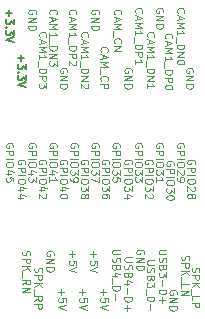
<source format=gto>
%TF.GenerationSoftware,KiCad,Pcbnew,8.0.4*%
%TF.CreationDate,2025-03-13T20:47:44+01:00*%
%TF.ProjectId,uconsole-expansion-card-template_1.27,75636f6e-736f-46c6-952d-657870616e73,0.1*%
%TF.SameCoordinates,Original*%
%TF.FileFunction,Legend,Top*%
%TF.FilePolarity,Positive*%
%FSLAX46Y46*%
G04 Gerber Fmt 4.6, Leading zero omitted, Abs format (unit mm)*
G04 Created by KiCad (PCBNEW 8.0.4) date 2025-03-13 20:47:44*
%MOMM*%
%LPD*%
G01*
G04 APERTURE LIST*
%ADD10C,0.100000*%
%ADD11C,0.162500*%
G04 APERTURE END LIST*
D10*
X111752795Y-110721027D02*
X111783747Y-110659122D01*
X111783747Y-110659122D02*
X111783747Y-110566265D01*
X111783747Y-110566265D02*
X111752795Y-110473408D01*
X111752795Y-110473408D02*
X111690890Y-110411503D01*
X111690890Y-110411503D02*
X111628985Y-110380550D01*
X111628985Y-110380550D02*
X111505176Y-110349598D01*
X111505176Y-110349598D02*
X111412319Y-110349598D01*
X111412319Y-110349598D02*
X111288509Y-110380550D01*
X111288509Y-110380550D02*
X111226604Y-110411503D01*
X111226604Y-110411503D02*
X111164700Y-110473408D01*
X111164700Y-110473408D02*
X111133747Y-110566265D01*
X111133747Y-110566265D02*
X111133747Y-110628169D01*
X111133747Y-110628169D02*
X111164700Y-110721027D01*
X111164700Y-110721027D02*
X111195652Y-110751979D01*
X111195652Y-110751979D02*
X111412319Y-110751979D01*
X111412319Y-110751979D02*
X111412319Y-110628169D01*
X111133747Y-111030550D02*
X111783747Y-111030550D01*
X111783747Y-111030550D02*
X111133747Y-111401979D01*
X111133747Y-111401979D02*
X111783747Y-111401979D01*
X111133747Y-111711502D02*
X111783747Y-111711502D01*
X111783747Y-111711502D02*
X111783747Y-111866264D01*
X111783747Y-111866264D02*
X111752795Y-111959121D01*
X111752795Y-111959121D02*
X111690890Y-112021026D01*
X111690890Y-112021026D02*
X111628985Y-112051979D01*
X111628985Y-112051979D02*
X111505176Y-112082931D01*
X111505176Y-112082931D02*
X111412319Y-112082931D01*
X111412319Y-112082931D02*
X111288509Y-112051979D01*
X111288509Y-112051979D02*
X111226604Y-112021026D01*
X111226604Y-112021026D02*
X111164700Y-111959121D01*
X111164700Y-111959121D02*
X111133747Y-111866264D01*
X111133747Y-111866264D02*
X111133747Y-111711502D01*
X113069700Y-108444598D02*
X113038747Y-108537455D01*
X113038747Y-108537455D02*
X113038747Y-108692217D01*
X113038747Y-108692217D02*
X113069700Y-108754122D01*
X113069700Y-108754122D02*
X113100652Y-108785074D01*
X113100652Y-108785074D02*
X113162557Y-108816027D01*
X113162557Y-108816027D02*
X113224461Y-108816027D01*
X113224461Y-108816027D02*
X113286366Y-108785074D01*
X113286366Y-108785074D02*
X113317319Y-108754122D01*
X113317319Y-108754122D02*
X113348271Y-108692217D01*
X113348271Y-108692217D02*
X113379223Y-108568408D01*
X113379223Y-108568408D02*
X113410176Y-108506503D01*
X113410176Y-108506503D02*
X113441128Y-108475550D01*
X113441128Y-108475550D02*
X113503033Y-108444598D01*
X113503033Y-108444598D02*
X113564938Y-108444598D01*
X113564938Y-108444598D02*
X113626842Y-108475550D01*
X113626842Y-108475550D02*
X113657795Y-108506503D01*
X113657795Y-108506503D02*
X113688747Y-108568408D01*
X113688747Y-108568408D02*
X113688747Y-108723169D01*
X113688747Y-108723169D02*
X113657795Y-108816027D01*
X113038747Y-109094598D02*
X113688747Y-109094598D01*
X113688747Y-109094598D02*
X113688747Y-109342217D01*
X113688747Y-109342217D02*
X113657795Y-109404122D01*
X113657795Y-109404122D02*
X113626842Y-109435075D01*
X113626842Y-109435075D02*
X113564938Y-109466027D01*
X113564938Y-109466027D02*
X113472080Y-109466027D01*
X113472080Y-109466027D02*
X113410176Y-109435075D01*
X113410176Y-109435075D02*
X113379223Y-109404122D01*
X113379223Y-109404122D02*
X113348271Y-109342217D01*
X113348271Y-109342217D02*
X113348271Y-109094598D01*
X113038747Y-109744598D02*
X113688747Y-109744598D01*
X113038747Y-110116027D02*
X113410176Y-109837456D01*
X113688747Y-110116027D02*
X113317319Y-109744598D01*
X112976842Y-110239837D02*
X112976842Y-110735075D01*
X113038747Y-111199360D02*
X113038747Y-110889836D01*
X113038747Y-110889836D02*
X113688747Y-110889836D01*
X113038747Y-111416026D02*
X113688747Y-111416026D01*
X113688747Y-111416026D02*
X113688747Y-111663645D01*
X113688747Y-111663645D02*
X113657795Y-111725550D01*
X113657795Y-111725550D02*
X113626842Y-111756503D01*
X113626842Y-111756503D02*
X113564938Y-111787455D01*
X113564938Y-111787455D02*
X113472080Y-111787455D01*
X113472080Y-111787455D02*
X113410176Y-111756503D01*
X113410176Y-111756503D02*
X113379223Y-111725550D01*
X113379223Y-111725550D02*
X113348271Y-111663645D01*
X113348271Y-111663645D02*
X113348271Y-111416026D01*
X98718700Y-107047598D02*
X98687747Y-107140455D01*
X98687747Y-107140455D02*
X98687747Y-107295217D01*
X98687747Y-107295217D02*
X98718700Y-107357122D01*
X98718700Y-107357122D02*
X98749652Y-107388074D01*
X98749652Y-107388074D02*
X98811557Y-107419027D01*
X98811557Y-107419027D02*
X98873461Y-107419027D01*
X98873461Y-107419027D02*
X98935366Y-107388074D01*
X98935366Y-107388074D02*
X98966319Y-107357122D01*
X98966319Y-107357122D02*
X98997271Y-107295217D01*
X98997271Y-107295217D02*
X99028223Y-107171408D01*
X99028223Y-107171408D02*
X99059176Y-107109503D01*
X99059176Y-107109503D02*
X99090128Y-107078550D01*
X99090128Y-107078550D02*
X99152033Y-107047598D01*
X99152033Y-107047598D02*
X99213938Y-107047598D01*
X99213938Y-107047598D02*
X99275842Y-107078550D01*
X99275842Y-107078550D02*
X99306795Y-107109503D01*
X99306795Y-107109503D02*
X99337747Y-107171408D01*
X99337747Y-107171408D02*
X99337747Y-107326169D01*
X99337747Y-107326169D02*
X99306795Y-107419027D01*
X98687747Y-107697598D02*
X99337747Y-107697598D01*
X99337747Y-107697598D02*
X99337747Y-107945217D01*
X99337747Y-107945217D02*
X99306795Y-108007122D01*
X99306795Y-108007122D02*
X99275842Y-108038075D01*
X99275842Y-108038075D02*
X99213938Y-108069027D01*
X99213938Y-108069027D02*
X99121080Y-108069027D01*
X99121080Y-108069027D02*
X99059176Y-108038075D01*
X99059176Y-108038075D02*
X99028223Y-108007122D01*
X99028223Y-108007122D02*
X98997271Y-107945217D01*
X98997271Y-107945217D02*
X98997271Y-107697598D01*
X98687747Y-108347598D02*
X99337747Y-108347598D01*
X98687747Y-108719027D02*
X99059176Y-108440456D01*
X99337747Y-108719027D02*
X98966319Y-108347598D01*
X98625842Y-108842837D02*
X98625842Y-109338075D01*
X98687747Y-109864265D02*
X98997271Y-109647598D01*
X98687747Y-109492836D02*
X99337747Y-109492836D01*
X99337747Y-109492836D02*
X99337747Y-109740455D01*
X99337747Y-109740455D02*
X99306795Y-109802360D01*
X99306795Y-109802360D02*
X99275842Y-109833313D01*
X99275842Y-109833313D02*
X99213938Y-109864265D01*
X99213938Y-109864265D02*
X99121080Y-109864265D01*
X99121080Y-109864265D02*
X99059176Y-109833313D01*
X99059176Y-109833313D02*
X99028223Y-109802360D01*
X99028223Y-109802360D02*
X98997271Y-109740455D01*
X98997271Y-109740455D02*
X98997271Y-109492836D01*
X98687747Y-110142836D02*
X99337747Y-110142836D01*
X99337747Y-110142836D02*
X98687747Y-110514265D01*
X98687747Y-110514265D02*
X99337747Y-110514265D01*
X102872366Y-107078550D02*
X102872366Y-107573789D01*
X102624747Y-107326169D02*
X103119985Y-107326169D01*
X103274747Y-108192836D02*
X103274747Y-107883312D01*
X103274747Y-107883312D02*
X102965223Y-107852360D01*
X102965223Y-107852360D02*
X102996176Y-107883312D01*
X102996176Y-107883312D02*
X103027128Y-107945217D01*
X103027128Y-107945217D02*
X103027128Y-108099979D01*
X103027128Y-108099979D02*
X102996176Y-108161884D01*
X102996176Y-108161884D02*
X102965223Y-108192836D01*
X102965223Y-108192836D02*
X102903319Y-108223789D01*
X102903319Y-108223789D02*
X102748557Y-108223789D01*
X102748557Y-108223789D02*
X102686652Y-108192836D01*
X102686652Y-108192836D02*
X102655700Y-108161884D01*
X102655700Y-108161884D02*
X102624747Y-108099979D01*
X102624747Y-108099979D02*
X102624747Y-107945217D01*
X102624747Y-107945217D02*
X102655700Y-107883312D01*
X102655700Y-107883312D02*
X102686652Y-107852360D01*
X103274747Y-108409503D02*
X102624747Y-108626170D01*
X102624747Y-108626170D02*
X103274747Y-108842837D01*
X107942795Y-91925027D02*
X107973747Y-91863122D01*
X107973747Y-91863122D02*
X107973747Y-91770265D01*
X107973747Y-91770265D02*
X107942795Y-91677408D01*
X107942795Y-91677408D02*
X107880890Y-91615503D01*
X107880890Y-91615503D02*
X107818985Y-91584550D01*
X107818985Y-91584550D02*
X107695176Y-91553598D01*
X107695176Y-91553598D02*
X107602319Y-91553598D01*
X107602319Y-91553598D02*
X107478509Y-91584550D01*
X107478509Y-91584550D02*
X107416604Y-91615503D01*
X107416604Y-91615503D02*
X107354700Y-91677408D01*
X107354700Y-91677408D02*
X107323747Y-91770265D01*
X107323747Y-91770265D02*
X107323747Y-91832169D01*
X107323747Y-91832169D02*
X107354700Y-91925027D01*
X107354700Y-91925027D02*
X107385652Y-91955979D01*
X107385652Y-91955979D02*
X107602319Y-91955979D01*
X107602319Y-91955979D02*
X107602319Y-91832169D01*
X107323747Y-92234550D02*
X107973747Y-92234550D01*
X107973747Y-92234550D02*
X107323747Y-92605979D01*
X107323747Y-92605979D02*
X107973747Y-92605979D01*
X107323747Y-92915502D02*
X107973747Y-92915502D01*
X107973747Y-92915502D02*
X107973747Y-93070264D01*
X107973747Y-93070264D02*
X107942795Y-93163121D01*
X107942795Y-93163121D02*
X107880890Y-93225026D01*
X107880890Y-93225026D02*
X107818985Y-93255979D01*
X107818985Y-93255979D02*
X107695176Y-93286931D01*
X107695176Y-93286931D02*
X107602319Y-93286931D01*
X107602319Y-93286931D02*
X107478509Y-93255979D01*
X107478509Y-93255979D02*
X107416604Y-93225026D01*
X107416604Y-93225026D02*
X107354700Y-93163121D01*
X107354700Y-93163121D02*
X107323747Y-93070264D01*
X107323747Y-93070264D02*
X107323747Y-92915502D01*
X101338795Y-107419027D02*
X101369747Y-107357122D01*
X101369747Y-107357122D02*
X101369747Y-107264265D01*
X101369747Y-107264265D02*
X101338795Y-107171408D01*
X101338795Y-107171408D02*
X101276890Y-107109503D01*
X101276890Y-107109503D02*
X101214985Y-107078550D01*
X101214985Y-107078550D02*
X101091176Y-107047598D01*
X101091176Y-107047598D02*
X100998319Y-107047598D01*
X100998319Y-107047598D02*
X100874509Y-107078550D01*
X100874509Y-107078550D02*
X100812604Y-107109503D01*
X100812604Y-107109503D02*
X100750700Y-107171408D01*
X100750700Y-107171408D02*
X100719747Y-107264265D01*
X100719747Y-107264265D02*
X100719747Y-107326169D01*
X100719747Y-107326169D02*
X100750700Y-107419027D01*
X100750700Y-107419027D02*
X100781652Y-107449979D01*
X100781652Y-107449979D02*
X100998319Y-107449979D01*
X100998319Y-107449979D02*
X100998319Y-107326169D01*
X100719747Y-107728550D02*
X101369747Y-107728550D01*
X101369747Y-107728550D02*
X100719747Y-108099979D01*
X100719747Y-108099979D02*
X101369747Y-108099979D01*
X100719747Y-108409502D02*
X101369747Y-108409502D01*
X101369747Y-108409502D02*
X101369747Y-108564264D01*
X101369747Y-108564264D02*
X101338795Y-108657121D01*
X101338795Y-108657121D02*
X101276890Y-108719026D01*
X101276890Y-108719026D02*
X101214985Y-108749979D01*
X101214985Y-108749979D02*
X101091176Y-108780931D01*
X101091176Y-108780931D02*
X100998319Y-108780931D01*
X100998319Y-108780931D02*
X100874509Y-108749979D01*
X100874509Y-108749979D02*
X100812604Y-108719026D01*
X100812604Y-108719026D02*
X100750700Y-108657121D01*
X100750700Y-108657121D02*
X100719747Y-108564264D01*
X100719747Y-108564264D02*
X100719747Y-108409502D01*
X113276795Y-99672027D02*
X113307747Y-99610122D01*
X113307747Y-99610122D02*
X113307747Y-99517265D01*
X113307747Y-99517265D02*
X113276795Y-99424408D01*
X113276795Y-99424408D02*
X113214890Y-99362503D01*
X113214890Y-99362503D02*
X113152985Y-99331550D01*
X113152985Y-99331550D02*
X113029176Y-99300598D01*
X113029176Y-99300598D02*
X112936319Y-99300598D01*
X112936319Y-99300598D02*
X112812509Y-99331550D01*
X112812509Y-99331550D02*
X112750604Y-99362503D01*
X112750604Y-99362503D02*
X112688700Y-99424408D01*
X112688700Y-99424408D02*
X112657747Y-99517265D01*
X112657747Y-99517265D02*
X112657747Y-99579169D01*
X112657747Y-99579169D02*
X112688700Y-99672027D01*
X112688700Y-99672027D02*
X112719652Y-99702979D01*
X112719652Y-99702979D02*
X112936319Y-99702979D01*
X112936319Y-99702979D02*
X112936319Y-99579169D01*
X112657747Y-99981550D02*
X113307747Y-99981550D01*
X113307747Y-99981550D02*
X113307747Y-100229169D01*
X113307747Y-100229169D02*
X113276795Y-100291074D01*
X113276795Y-100291074D02*
X113245842Y-100322027D01*
X113245842Y-100322027D02*
X113183938Y-100352979D01*
X113183938Y-100352979D02*
X113091080Y-100352979D01*
X113091080Y-100352979D02*
X113029176Y-100322027D01*
X113029176Y-100322027D02*
X112998223Y-100291074D01*
X112998223Y-100291074D02*
X112967271Y-100229169D01*
X112967271Y-100229169D02*
X112967271Y-99981550D01*
X112657747Y-100631550D02*
X113307747Y-100631550D01*
X113307747Y-101064884D02*
X113307747Y-101188693D01*
X113307747Y-101188693D02*
X113276795Y-101250598D01*
X113276795Y-101250598D02*
X113214890Y-101312503D01*
X113214890Y-101312503D02*
X113091080Y-101343455D01*
X113091080Y-101343455D02*
X112874414Y-101343455D01*
X112874414Y-101343455D02*
X112750604Y-101312503D01*
X112750604Y-101312503D02*
X112688700Y-101250598D01*
X112688700Y-101250598D02*
X112657747Y-101188693D01*
X112657747Y-101188693D02*
X112657747Y-101064884D01*
X112657747Y-101064884D02*
X112688700Y-101002979D01*
X112688700Y-101002979D02*
X112750604Y-100941074D01*
X112750604Y-100941074D02*
X112874414Y-100910122D01*
X112874414Y-100910122D02*
X113091080Y-100910122D01*
X113091080Y-100910122D02*
X113214890Y-100941074D01*
X113214890Y-100941074D02*
X113276795Y-101002979D01*
X113276795Y-101002979D02*
X113307747Y-101064884D01*
X113245842Y-101591074D02*
X113276795Y-101622026D01*
X113276795Y-101622026D02*
X113307747Y-101683931D01*
X113307747Y-101683931D02*
X113307747Y-101838693D01*
X113307747Y-101838693D02*
X113276795Y-101900598D01*
X113276795Y-101900598D02*
X113245842Y-101931550D01*
X113245842Y-101931550D02*
X113183938Y-101962503D01*
X113183938Y-101962503D02*
X113122033Y-101962503D01*
X113122033Y-101962503D02*
X113029176Y-101931550D01*
X113029176Y-101931550D02*
X112657747Y-101560122D01*
X112657747Y-101560122D02*
X112657747Y-101962503D01*
X113029176Y-102333932D02*
X113060128Y-102272027D01*
X113060128Y-102272027D02*
X113091080Y-102241074D01*
X113091080Y-102241074D02*
X113152985Y-102210122D01*
X113152985Y-102210122D02*
X113183938Y-102210122D01*
X113183938Y-102210122D02*
X113245842Y-102241074D01*
X113245842Y-102241074D02*
X113276795Y-102272027D01*
X113276795Y-102272027D02*
X113307747Y-102333932D01*
X113307747Y-102333932D02*
X113307747Y-102457741D01*
X113307747Y-102457741D02*
X113276795Y-102519646D01*
X113276795Y-102519646D02*
X113245842Y-102550598D01*
X113245842Y-102550598D02*
X113183938Y-102581551D01*
X113183938Y-102581551D02*
X113152985Y-102581551D01*
X113152985Y-102581551D02*
X113091080Y-102550598D01*
X113091080Y-102550598D02*
X113060128Y-102519646D01*
X113060128Y-102519646D02*
X113029176Y-102457741D01*
X113029176Y-102457741D02*
X113029176Y-102333932D01*
X113029176Y-102333932D02*
X112998223Y-102272027D01*
X112998223Y-102272027D02*
X112967271Y-102241074D01*
X112967271Y-102241074D02*
X112905366Y-102210122D01*
X112905366Y-102210122D02*
X112781557Y-102210122D01*
X112781557Y-102210122D02*
X112719652Y-102241074D01*
X112719652Y-102241074D02*
X112688700Y-102272027D01*
X112688700Y-102272027D02*
X112657747Y-102333932D01*
X112657747Y-102333932D02*
X112657747Y-102457741D01*
X112657747Y-102457741D02*
X112688700Y-102519646D01*
X112688700Y-102519646D02*
X112719652Y-102550598D01*
X112719652Y-102550598D02*
X112781557Y-102581551D01*
X112781557Y-102581551D02*
X112905366Y-102581551D01*
X112905366Y-102581551D02*
X112967271Y-102550598D01*
X112967271Y-102550598D02*
X112998223Y-102519646D01*
X112998223Y-102519646D02*
X113029176Y-102457741D01*
X106957747Y-106951550D02*
X106431557Y-106951550D01*
X106431557Y-106951550D02*
X106369652Y-106982503D01*
X106369652Y-106982503D02*
X106338700Y-107013455D01*
X106338700Y-107013455D02*
X106307747Y-107075360D01*
X106307747Y-107075360D02*
X106307747Y-107199169D01*
X106307747Y-107199169D02*
X106338700Y-107261074D01*
X106338700Y-107261074D02*
X106369652Y-107292027D01*
X106369652Y-107292027D02*
X106431557Y-107322979D01*
X106431557Y-107322979D02*
X106957747Y-107322979D01*
X106338700Y-107601550D02*
X106307747Y-107694407D01*
X106307747Y-107694407D02*
X106307747Y-107849169D01*
X106307747Y-107849169D02*
X106338700Y-107911074D01*
X106338700Y-107911074D02*
X106369652Y-107942026D01*
X106369652Y-107942026D02*
X106431557Y-107972979D01*
X106431557Y-107972979D02*
X106493461Y-107972979D01*
X106493461Y-107972979D02*
X106555366Y-107942026D01*
X106555366Y-107942026D02*
X106586319Y-107911074D01*
X106586319Y-107911074D02*
X106617271Y-107849169D01*
X106617271Y-107849169D02*
X106648223Y-107725360D01*
X106648223Y-107725360D02*
X106679176Y-107663455D01*
X106679176Y-107663455D02*
X106710128Y-107632502D01*
X106710128Y-107632502D02*
X106772033Y-107601550D01*
X106772033Y-107601550D02*
X106833938Y-107601550D01*
X106833938Y-107601550D02*
X106895842Y-107632502D01*
X106895842Y-107632502D02*
X106926795Y-107663455D01*
X106926795Y-107663455D02*
X106957747Y-107725360D01*
X106957747Y-107725360D02*
X106957747Y-107880121D01*
X106957747Y-107880121D02*
X106926795Y-107972979D01*
X106648223Y-108468217D02*
X106617271Y-108561074D01*
X106617271Y-108561074D02*
X106586319Y-108592027D01*
X106586319Y-108592027D02*
X106524414Y-108622979D01*
X106524414Y-108622979D02*
X106431557Y-108622979D01*
X106431557Y-108622979D02*
X106369652Y-108592027D01*
X106369652Y-108592027D02*
X106338700Y-108561074D01*
X106338700Y-108561074D02*
X106307747Y-108499169D01*
X106307747Y-108499169D02*
X106307747Y-108251550D01*
X106307747Y-108251550D02*
X106957747Y-108251550D01*
X106957747Y-108251550D02*
X106957747Y-108468217D01*
X106957747Y-108468217D02*
X106926795Y-108530122D01*
X106926795Y-108530122D02*
X106895842Y-108561074D01*
X106895842Y-108561074D02*
X106833938Y-108592027D01*
X106833938Y-108592027D02*
X106772033Y-108592027D01*
X106772033Y-108592027D02*
X106710128Y-108561074D01*
X106710128Y-108561074D02*
X106679176Y-108530122D01*
X106679176Y-108530122D02*
X106648223Y-108468217D01*
X106648223Y-108468217D02*
X106648223Y-108251550D01*
X106741080Y-109180122D02*
X106307747Y-109180122D01*
X106988700Y-109025360D02*
X106524414Y-108870598D01*
X106524414Y-108870598D02*
X106524414Y-109272979D01*
X106245842Y-109365837D02*
X106245842Y-109861075D01*
X106307747Y-110015836D02*
X106957747Y-110015836D01*
X106957747Y-110015836D02*
X106957747Y-110170598D01*
X106957747Y-110170598D02*
X106926795Y-110263455D01*
X106926795Y-110263455D02*
X106864890Y-110325360D01*
X106864890Y-110325360D02*
X106802985Y-110356313D01*
X106802985Y-110356313D02*
X106679176Y-110387265D01*
X106679176Y-110387265D02*
X106586319Y-110387265D01*
X106586319Y-110387265D02*
X106462509Y-110356313D01*
X106462509Y-110356313D02*
X106400604Y-110325360D01*
X106400604Y-110325360D02*
X106338700Y-110263455D01*
X106338700Y-110263455D02*
X106307747Y-110170598D01*
X106307747Y-110170598D02*
X106307747Y-110015836D01*
X106555366Y-110665836D02*
X106555366Y-111161075D01*
X100703795Y-99672027D02*
X100734747Y-99610122D01*
X100734747Y-99610122D02*
X100734747Y-99517265D01*
X100734747Y-99517265D02*
X100703795Y-99424408D01*
X100703795Y-99424408D02*
X100641890Y-99362503D01*
X100641890Y-99362503D02*
X100579985Y-99331550D01*
X100579985Y-99331550D02*
X100456176Y-99300598D01*
X100456176Y-99300598D02*
X100363319Y-99300598D01*
X100363319Y-99300598D02*
X100239509Y-99331550D01*
X100239509Y-99331550D02*
X100177604Y-99362503D01*
X100177604Y-99362503D02*
X100115700Y-99424408D01*
X100115700Y-99424408D02*
X100084747Y-99517265D01*
X100084747Y-99517265D02*
X100084747Y-99579169D01*
X100084747Y-99579169D02*
X100115700Y-99672027D01*
X100115700Y-99672027D02*
X100146652Y-99702979D01*
X100146652Y-99702979D02*
X100363319Y-99702979D01*
X100363319Y-99702979D02*
X100363319Y-99579169D01*
X100084747Y-99981550D02*
X100734747Y-99981550D01*
X100734747Y-99981550D02*
X100734747Y-100229169D01*
X100734747Y-100229169D02*
X100703795Y-100291074D01*
X100703795Y-100291074D02*
X100672842Y-100322027D01*
X100672842Y-100322027D02*
X100610938Y-100352979D01*
X100610938Y-100352979D02*
X100518080Y-100352979D01*
X100518080Y-100352979D02*
X100456176Y-100322027D01*
X100456176Y-100322027D02*
X100425223Y-100291074D01*
X100425223Y-100291074D02*
X100394271Y-100229169D01*
X100394271Y-100229169D02*
X100394271Y-99981550D01*
X100084747Y-100631550D02*
X100734747Y-100631550D01*
X100734747Y-101064884D02*
X100734747Y-101188693D01*
X100734747Y-101188693D02*
X100703795Y-101250598D01*
X100703795Y-101250598D02*
X100641890Y-101312503D01*
X100641890Y-101312503D02*
X100518080Y-101343455D01*
X100518080Y-101343455D02*
X100301414Y-101343455D01*
X100301414Y-101343455D02*
X100177604Y-101312503D01*
X100177604Y-101312503D02*
X100115700Y-101250598D01*
X100115700Y-101250598D02*
X100084747Y-101188693D01*
X100084747Y-101188693D02*
X100084747Y-101064884D01*
X100084747Y-101064884D02*
X100115700Y-101002979D01*
X100115700Y-101002979D02*
X100177604Y-100941074D01*
X100177604Y-100941074D02*
X100301414Y-100910122D01*
X100301414Y-100910122D02*
X100518080Y-100910122D01*
X100518080Y-100910122D02*
X100641890Y-100941074D01*
X100641890Y-100941074D02*
X100703795Y-101002979D01*
X100703795Y-101002979D02*
X100734747Y-101064884D01*
X100518080Y-101900598D02*
X100084747Y-101900598D01*
X100765700Y-101745836D02*
X100301414Y-101591074D01*
X100301414Y-101591074D02*
X100301414Y-101993455D01*
X100672842Y-102210122D02*
X100703795Y-102241074D01*
X100703795Y-102241074D02*
X100734747Y-102302979D01*
X100734747Y-102302979D02*
X100734747Y-102457741D01*
X100734747Y-102457741D02*
X100703795Y-102519646D01*
X100703795Y-102519646D02*
X100672842Y-102550598D01*
X100672842Y-102550598D02*
X100610938Y-102581551D01*
X100610938Y-102581551D02*
X100549033Y-102581551D01*
X100549033Y-102581551D02*
X100456176Y-102550598D01*
X100456176Y-102550598D02*
X100084747Y-102179170D01*
X100084747Y-102179170D02*
X100084747Y-102581551D01*
X101592795Y-98275027D02*
X101623747Y-98213122D01*
X101623747Y-98213122D02*
X101623747Y-98120265D01*
X101623747Y-98120265D02*
X101592795Y-98027408D01*
X101592795Y-98027408D02*
X101530890Y-97965503D01*
X101530890Y-97965503D02*
X101468985Y-97934550D01*
X101468985Y-97934550D02*
X101345176Y-97903598D01*
X101345176Y-97903598D02*
X101252319Y-97903598D01*
X101252319Y-97903598D02*
X101128509Y-97934550D01*
X101128509Y-97934550D02*
X101066604Y-97965503D01*
X101066604Y-97965503D02*
X101004700Y-98027408D01*
X101004700Y-98027408D02*
X100973747Y-98120265D01*
X100973747Y-98120265D02*
X100973747Y-98182169D01*
X100973747Y-98182169D02*
X101004700Y-98275027D01*
X101004700Y-98275027D02*
X101035652Y-98305979D01*
X101035652Y-98305979D02*
X101252319Y-98305979D01*
X101252319Y-98305979D02*
X101252319Y-98182169D01*
X100973747Y-98584550D02*
X101623747Y-98584550D01*
X101623747Y-98584550D02*
X101623747Y-98832169D01*
X101623747Y-98832169D02*
X101592795Y-98894074D01*
X101592795Y-98894074D02*
X101561842Y-98925027D01*
X101561842Y-98925027D02*
X101499938Y-98955979D01*
X101499938Y-98955979D02*
X101407080Y-98955979D01*
X101407080Y-98955979D02*
X101345176Y-98925027D01*
X101345176Y-98925027D02*
X101314223Y-98894074D01*
X101314223Y-98894074D02*
X101283271Y-98832169D01*
X101283271Y-98832169D02*
X101283271Y-98584550D01*
X100973747Y-99234550D02*
X101623747Y-99234550D01*
X101623747Y-99667884D02*
X101623747Y-99791693D01*
X101623747Y-99791693D02*
X101592795Y-99853598D01*
X101592795Y-99853598D02*
X101530890Y-99915503D01*
X101530890Y-99915503D02*
X101407080Y-99946455D01*
X101407080Y-99946455D02*
X101190414Y-99946455D01*
X101190414Y-99946455D02*
X101066604Y-99915503D01*
X101066604Y-99915503D02*
X101004700Y-99853598D01*
X101004700Y-99853598D02*
X100973747Y-99791693D01*
X100973747Y-99791693D02*
X100973747Y-99667884D01*
X100973747Y-99667884D02*
X101004700Y-99605979D01*
X101004700Y-99605979D02*
X101066604Y-99544074D01*
X101066604Y-99544074D02*
X101190414Y-99513122D01*
X101190414Y-99513122D02*
X101407080Y-99513122D01*
X101407080Y-99513122D02*
X101530890Y-99544074D01*
X101530890Y-99544074D02*
X101592795Y-99605979D01*
X101592795Y-99605979D02*
X101623747Y-99667884D01*
X101407080Y-100503598D02*
X100973747Y-100503598D01*
X101654700Y-100348836D02*
X101190414Y-100194074D01*
X101190414Y-100194074D02*
X101190414Y-100596455D01*
X100973747Y-101184551D02*
X100973747Y-100813122D01*
X100973747Y-100998836D02*
X101623747Y-100998836D01*
X101623747Y-100998836D02*
X101530890Y-100936932D01*
X101530890Y-100936932D02*
X101468985Y-100875027D01*
X101468985Y-100875027D02*
X101438033Y-100813122D01*
X111498795Y-99799027D02*
X111529747Y-99737122D01*
X111529747Y-99737122D02*
X111529747Y-99644265D01*
X111529747Y-99644265D02*
X111498795Y-99551408D01*
X111498795Y-99551408D02*
X111436890Y-99489503D01*
X111436890Y-99489503D02*
X111374985Y-99458550D01*
X111374985Y-99458550D02*
X111251176Y-99427598D01*
X111251176Y-99427598D02*
X111158319Y-99427598D01*
X111158319Y-99427598D02*
X111034509Y-99458550D01*
X111034509Y-99458550D02*
X110972604Y-99489503D01*
X110972604Y-99489503D02*
X110910700Y-99551408D01*
X110910700Y-99551408D02*
X110879747Y-99644265D01*
X110879747Y-99644265D02*
X110879747Y-99706169D01*
X110879747Y-99706169D02*
X110910700Y-99799027D01*
X110910700Y-99799027D02*
X110941652Y-99829979D01*
X110941652Y-99829979D02*
X111158319Y-99829979D01*
X111158319Y-99829979D02*
X111158319Y-99706169D01*
X110879747Y-100108550D02*
X111529747Y-100108550D01*
X111529747Y-100108550D02*
X111529747Y-100356169D01*
X111529747Y-100356169D02*
X111498795Y-100418074D01*
X111498795Y-100418074D02*
X111467842Y-100449027D01*
X111467842Y-100449027D02*
X111405938Y-100479979D01*
X111405938Y-100479979D02*
X111313080Y-100479979D01*
X111313080Y-100479979D02*
X111251176Y-100449027D01*
X111251176Y-100449027D02*
X111220223Y-100418074D01*
X111220223Y-100418074D02*
X111189271Y-100356169D01*
X111189271Y-100356169D02*
X111189271Y-100108550D01*
X110879747Y-100758550D02*
X111529747Y-100758550D01*
X111529747Y-101191884D02*
X111529747Y-101315693D01*
X111529747Y-101315693D02*
X111498795Y-101377598D01*
X111498795Y-101377598D02*
X111436890Y-101439503D01*
X111436890Y-101439503D02*
X111313080Y-101470455D01*
X111313080Y-101470455D02*
X111096414Y-101470455D01*
X111096414Y-101470455D02*
X110972604Y-101439503D01*
X110972604Y-101439503D02*
X110910700Y-101377598D01*
X110910700Y-101377598D02*
X110879747Y-101315693D01*
X110879747Y-101315693D02*
X110879747Y-101191884D01*
X110879747Y-101191884D02*
X110910700Y-101129979D01*
X110910700Y-101129979D02*
X110972604Y-101068074D01*
X110972604Y-101068074D02*
X111096414Y-101037122D01*
X111096414Y-101037122D02*
X111313080Y-101037122D01*
X111313080Y-101037122D02*
X111436890Y-101068074D01*
X111436890Y-101068074D02*
X111498795Y-101129979D01*
X111498795Y-101129979D02*
X111529747Y-101191884D01*
X111529747Y-101687122D02*
X111529747Y-102089503D01*
X111529747Y-102089503D02*
X111282128Y-101872836D01*
X111282128Y-101872836D02*
X111282128Y-101965693D01*
X111282128Y-101965693D02*
X111251176Y-102027598D01*
X111251176Y-102027598D02*
X111220223Y-102058550D01*
X111220223Y-102058550D02*
X111158319Y-102089503D01*
X111158319Y-102089503D02*
X111003557Y-102089503D01*
X111003557Y-102089503D02*
X110941652Y-102058550D01*
X110941652Y-102058550D02*
X110910700Y-102027598D01*
X110910700Y-102027598D02*
X110879747Y-101965693D01*
X110879747Y-101965693D02*
X110879747Y-101779979D01*
X110879747Y-101779979D02*
X110910700Y-101718074D01*
X110910700Y-101718074D02*
X110941652Y-101687122D01*
X111529747Y-102491884D02*
X111529747Y-102553789D01*
X111529747Y-102553789D02*
X111498795Y-102615693D01*
X111498795Y-102615693D02*
X111467842Y-102646646D01*
X111467842Y-102646646D02*
X111405938Y-102677598D01*
X111405938Y-102677598D02*
X111282128Y-102708551D01*
X111282128Y-102708551D02*
X111127366Y-102708551D01*
X111127366Y-102708551D02*
X111003557Y-102677598D01*
X111003557Y-102677598D02*
X110941652Y-102646646D01*
X110941652Y-102646646D02*
X110910700Y-102615693D01*
X110910700Y-102615693D02*
X110879747Y-102553789D01*
X110879747Y-102553789D02*
X110879747Y-102491884D01*
X110879747Y-102491884D02*
X110910700Y-102429979D01*
X110910700Y-102429979D02*
X110941652Y-102399027D01*
X110941652Y-102399027D02*
X111003557Y-102368074D01*
X111003557Y-102368074D02*
X111127366Y-102337122D01*
X111127366Y-102337122D02*
X111282128Y-102337122D01*
X111282128Y-102337122D02*
X111405938Y-102368074D01*
X111405938Y-102368074D02*
X111467842Y-102399027D01*
X111467842Y-102399027D02*
X111498795Y-102429979D01*
X111498795Y-102429979D02*
X111529747Y-102491884D01*
X111830652Y-86875979D02*
X111799700Y-86845027D01*
X111799700Y-86845027D02*
X111768747Y-86752169D01*
X111768747Y-86752169D02*
X111768747Y-86690265D01*
X111768747Y-86690265D02*
X111799700Y-86597408D01*
X111799700Y-86597408D02*
X111861604Y-86535503D01*
X111861604Y-86535503D02*
X111923509Y-86504550D01*
X111923509Y-86504550D02*
X112047319Y-86473598D01*
X112047319Y-86473598D02*
X112140176Y-86473598D01*
X112140176Y-86473598D02*
X112263985Y-86504550D01*
X112263985Y-86504550D02*
X112325890Y-86535503D01*
X112325890Y-86535503D02*
X112387795Y-86597408D01*
X112387795Y-86597408D02*
X112418747Y-86690265D01*
X112418747Y-86690265D02*
X112418747Y-86752169D01*
X112418747Y-86752169D02*
X112387795Y-86845027D01*
X112387795Y-86845027D02*
X112356842Y-86875979D01*
X111954461Y-87123598D02*
X111954461Y-87433122D01*
X111768747Y-87061693D02*
X112418747Y-87278360D01*
X112418747Y-87278360D02*
X111768747Y-87495027D01*
X111768747Y-87711693D02*
X112418747Y-87711693D01*
X112418747Y-87711693D02*
X111954461Y-87928360D01*
X111954461Y-87928360D02*
X112418747Y-88145027D01*
X112418747Y-88145027D02*
X111768747Y-88145027D01*
X111768747Y-88795027D02*
X111768747Y-88423598D01*
X111768747Y-88609312D02*
X112418747Y-88609312D01*
X112418747Y-88609312D02*
X112325890Y-88547408D01*
X112325890Y-88547408D02*
X112263985Y-88485503D01*
X112263985Y-88485503D02*
X112233033Y-88423598D01*
X111706842Y-88918837D02*
X111706842Y-89414075D01*
X111768747Y-89568836D02*
X112418747Y-89568836D01*
X112418747Y-89568836D02*
X112418747Y-89723598D01*
X112418747Y-89723598D02*
X112387795Y-89816455D01*
X112387795Y-89816455D02*
X112325890Y-89878360D01*
X112325890Y-89878360D02*
X112263985Y-89909313D01*
X112263985Y-89909313D02*
X112140176Y-89940265D01*
X112140176Y-89940265D02*
X112047319Y-89940265D01*
X112047319Y-89940265D02*
X111923509Y-89909313D01*
X111923509Y-89909313D02*
X111861604Y-89878360D01*
X111861604Y-89878360D02*
X111799700Y-89816455D01*
X111799700Y-89816455D02*
X111768747Y-89723598D01*
X111768747Y-89723598D02*
X111768747Y-89568836D01*
X111768747Y-90218836D02*
X112418747Y-90218836D01*
X112418747Y-90218836D02*
X111768747Y-90590265D01*
X111768747Y-90590265D02*
X112418747Y-90590265D01*
X112418747Y-91023598D02*
X112418747Y-91085503D01*
X112418747Y-91085503D02*
X112387795Y-91147407D01*
X112387795Y-91147407D02*
X112356842Y-91178360D01*
X112356842Y-91178360D02*
X112294938Y-91209312D01*
X112294938Y-91209312D02*
X112171128Y-91240265D01*
X112171128Y-91240265D02*
X112016366Y-91240265D01*
X112016366Y-91240265D02*
X111892557Y-91209312D01*
X111892557Y-91209312D02*
X111830652Y-91178360D01*
X111830652Y-91178360D02*
X111799700Y-91147407D01*
X111799700Y-91147407D02*
X111768747Y-91085503D01*
X111768747Y-91085503D02*
X111768747Y-91023598D01*
X111768747Y-91023598D02*
X111799700Y-90961693D01*
X111799700Y-90961693D02*
X111830652Y-90930741D01*
X111830652Y-90930741D02*
X111892557Y-90899788D01*
X111892557Y-90899788D02*
X112016366Y-90868836D01*
X112016366Y-90868836D02*
X112171128Y-90868836D01*
X112171128Y-90868836D02*
X112294938Y-90899788D01*
X112294938Y-90899788D02*
X112356842Y-90930741D01*
X112356842Y-90930741D02*
X112387795Y-90961693D01*
X112387795Y-90961693D02*
X112418747Y-91023598D01*
X104650366Y-107078550D02*
X104650366Y-107573789D01*
X104402747Y-107326169D02*
X104897985Y-107326169D01*
X105052747Y-108192836D02*
X105052747Y-107883312D01*
X105052747Y-107883312D02*
X104743223Y-107852360D01*
X104743223Y-107852360D02*
X104774176Y-107883312D01*
X104774176Y-107883312D02*
X104805128Y-107945217D01*
X104805128Y-107945217D02*
X104805128Y-108099979D01*
X104805128Y-108099979D02*
X104774176Y-108161884D01*
X104774176Y-108161884D02*
X104743223Y-108192836D01*
X104743223Y-108192836D02*
X104681319Y-108223789D01*
X104681319Y-108223789D02*
X104526557Y-108223789D01*
X104526557Y-108223789D02*
X104464652Y-108192836D01*
X104464652Y-108192836D02*
X104433700Y-108161884D01*
X104433700Y-108161884D02*
X104402747Y-108099979D01*
X104402747Y-108099979D02*
X104402747Y-107945217D01*
X104402747Y-107945217D02*
X104433700Y-107883312D01*
X104433700Y-107883312D02*
X104464652Y-107852360D01*
X105052747Y-108409503D02*
X104402747Y-108626170D01*
X104402747Y-108626170D02*
X105052747Y-108842837D01*
X101983366Y-110253550D02*
X101983366Y-110748789D01*
X101735747Y-110501169D02*
X102230985Y-110501169D01*
X102385747Y-111367836D02*
X102385747Y-111058312D01*
X102385747Y-111058312D02*
X102076223Y-111027360D01*
X102076223Y-111027360D02*
X102107176Y-111058312D01*
X102107176Y-111058312D02*
X102138128Y-111120217D01*
X102138128Y-111120217D02*
X102138128Y-111274979D01*
X102138128Y-111274979D02*
X102107176Y-111336884D01*
X102107176Y-111336884D02*
X102076223Y-111367836D01*
X102076223Y-111367836D02*
X102014319Y-111398789D01*
X102014319Y-111398789D02*
X101859557Y-111398789D01*
X101859557Y-111398789D02*
X101797652Y-111367836D01*
X101797652Y-111367836D02*
X101766700Y-111336884D01*
X101766700Y-111336884D02*
X101735747Y-111274979D01*
X101735747Y-111274979D02*
X101735747Y-111120217D01*
X101735747Y-111120217D02*
X101766700Y-111058312D01*
X101766700Y-111058312D02*
X101797652Y-111027360D01*
X102385747Y-111584503D02*
X101735747Y-111801170D01*
X101735747Y-111801170D02*
X102385747Y-112017837D01*
X102481795Y-99672027D02*
X102512747Y-99610122D01*
X102512747Y-99610122D02*
X102512747Y-99517265D01*
X102512747Y-99517265D02*
X102481795Y-99424408D01*
X102481795Y-99424408D02*
X102419890Y-99362503D01*
X102419890Y-99362503D02*
X102357985Y-99331550D01*
X102357985Y-99331550D02*
X102234176Y-99300598D01*
X102234176Y-99300598D02*
X102141319Y-99300598D01*
X102141319Y-99300598D02*
X102017509Y-99331550D01*
X102017509Y-99331550D02*
X101955604Y-99362503D01*
X101955604Y-99362503D02*
X101893700Y-99424408D01*
X101893700Y-99424408D02*
X101862747Y-99517265D01*
X101862747Y-99517265D02*
X101862747Y-99579169D01*
X101862747Y-99579169D02*
X101893700Y-99672027D01*
X101893700Y-99672027D02*
X101924652Y-99702979D01*
X101924652Y-99702979D02*
X102141319Y-99702979D01*
X102141319Y-99702979D02*
X102141319Y-99579169D01*
X101862747Y-99981550D02*
X102512747Y-99981550D01*
X102512747Y-99981550D02*
X102512747Y-100229169D01*
X102512747Y-100229169D02*
X102481795Y-100291074D01*
X102481795Y-100291074D02*
X102450842Y-100322027D01*
X102450842Y-100322027D02*
X102388938Y-100352979D01*
X102388938Y-100352979D02*
X102296080Y-100352979D01*
X102296080Y-100352979D02*
X102234176Y-100322027D01*
X102234176Y-100322027D02*
X102203223Y-100291074D01*
X102203223Y-100291074D02*
X102172271Y-100229169D01*
X102172271Y-100229169D02*
X102172271Y-99981550D01*
X101862747Y-100631550D02*
X102512747Y-100631550D01*
X102512747Y-101064884D02*
X102512747Y-101188693D01*
X102512747Y-101188693D02*
X102481795Y-101250598D01*
X102481795Y-101250598D02*
X102419890Y-101312503D01*
X102419890Y-101312503D02*
X102296080Y-101343455D01*
X102296080Y-101343455D02*
X102079414Y-101343455D01*
X102079414Y-101343455D02*
X101955604Y-101312503D01*
X101955604Y-101312503D02*
X101893700Y-101250598D01*
X101893700Y-101250598D02*
X101862747Y-101188693D01*
X101862747Y-101188693D02*
X101862747Y-101064884D01*
X101862747Y-101064884D02*
X101893700Y-101002979D01*
X101893700Y-101002979D02*
X101955604Y-100941074D01*
X101955604Y-100941074D02*
X102079414Y-100910122D01*
X102079414Y-100910122D02*
X102296080Y-100910122D01*
X102296080Y-100910122D02*
X102419890Y-100941074D01*
X102419890Y-100941074D02*
X102481795Y-101002979D01*
X102481795Y-101002979D02*
X102512747Y-101064884D01*
X102296080Y-101900598D02*
X101862747Y-101900598D01*
X102543700Y-101745836D02*
X102079414Y-101591074D01*
X102079414Y-101591074D02*
X102079414Y-101993455D01*
X102512747Y-102364884D02*
X102512747Y-102426789D01*
X102512747Y-102426789D02*
X102481795Y-102488693D01*
X102481795Y-102488693D02*
X102450842Y-102519646D01*
X102450842Y-102519646D02*
X102388938Y-102550598D01*
X102388938Y-102550598D02*
X102265128Y-102581551D01*
X102265128Y-102581551D02*
X102110366Y-102581551D01*
X102110366Y-102581551D02*
X101986557Y-102550598D01*
X101986557Y-102550598D02*
X101924652Y-102519646D01*
X101924652Y-102519646D02*
X101893700Y-102488693D01*
X101893700Y-102488693D02*
X101862747Y-102426789D01*
X101862747Y-102426789D02*
X101862747Y-102364884D01*
X101862747Y-102364884D02*
X101893700Y-102302979D01*
X101893700Y-102302979D02*
X101924652Y-102272027D01*
X101924652Y-102272027D02*
X101986557Y-102241074D01*
X101986557Y-102241074D02*
X102110366Y-102210122D01*
X102110366Y-102210122D02*
X102265128Y-102210122D01*
X102265128Y-102210122D02*
X102388938Y-102241074D01*
X102388938Y-102241074D02*
X102450842Y-102272027D01*
X102450842Y-102272027D02*
X102481795Y-102302979D01*
X102481795Y-102302979D02*
X102512747Y-102364884D01*
X108274652Y-86875979D02*
X108243700Y-86845027D01*
X108243700Y-86845027D02*
X108212747Y-86752169D01*
X108212747Y-86752169D02*
X108212747Y-86690265D01*
X108212747Y-86690265D02*
X108243700Y-86597408D01*
X108243700Y-86597408D02*
X108305604Y-86535503D01*
X108305604Y-86535503D02*
X108367509Y-86504550D01*
X108367509Y-86504550D02*
X108491319Y-86473598D01*
X108491319Y-86473598D02*
X108584176Y-86473598D01*
X108584176Y-86473598D02*
X108707985Y-86504550D01*
X108707985Y-86504550D02*
X108769890Y-86535503D01*
X108769890Y-86535503D02*
X108831795Y-86597408D01*
X108831795Y-86597408D02*
X108862747Y-86690265D01*
X108862747Y-86690265D02*
X108862747Y-86752169D01*
X108862747Y-86752169D02*
X108831795Y-86845027D01*
X108831795Y-86845027D02*
X108800842Y-86875979D01*
X108398461Y-87123598D02*
X108398461Y-87433122D01*
X108212747Y-87061693D02*
X108862747Y-87278360D01*
X108862747Y-87278360D02*
X108212747Y-87495027D01*
X108212747Y-87711693D02*
X108862747Y-87711693D01*
X108862747Y-87711693D02*
X108398461Y-87928360D01*
X108398461Y-87928360D02*
X108862747Y-88145027D01*
X108862747Y-88145027D02*
X108212747Y-88145027D01*
X108212747Y-88795027D02*
X108212747Y-88423598D01*
X108212747Y-88609312D02*
X108862747Y-88609312D01*
X108862747Y-88609312D02*
X108769890Y-88547408D01*
X108769890Y-88547408D02*
X108707985Y-88485503D01*
X108707985Y-88485503D02*
X108677033Y-88423598D01*
X108150842Y-88918837D02*
X108150842Y-89414075D01*
X108212747Y-89568836D02*
X108862747Y-89568836D01*
X108862747Y-89568836D02*
X108862747Y-89723598D01*
X108862747Y-89723598D02*
X108831795Y-89816455D01*
X108831795Y-89816455D02*
X108769890Y-89878360D01*
X108769890Y-89878360D02*
X108707985Y-89909313D01*
X108707985Y-89909313D02*
X108584176Y-89940265D01*
X108584176Y-89940265D02*
X108491319Y-89940265D01*
X108491319Y-89940265D02*
X108367509Y-89909313D01*
X108367509Y-89909313D02*
X108305604Y-89878360D01*
X108305604Y-89878360D02*
X108243700Y-89816455D01*
X108243700Y-89816455D02*
X108212747Y-89723598D01*
X108212747Y-89723598D02*
X108212747Y-89568836D01*
X108212747Y-90218836D02*
X108862747Y-90218836D01*
X108862747Y-90218836D02*
X108862747Y-90466455D01*
X108862747Y-90466455D02*
X108831795Y-90528360D01*
X108831795Y-90528360D02*
X108800842Y-90559313D01*
X108800842Y-90559313D02*
X108738938Y-90590265D01*
X108738938Y-90590265D02*
X108646080Y-90590265D01*
X108646080Y-90590265D02*
X108584176Y-90559313D01*
X108584176Y-90559313D02*
X108553223Y-90528360D01*
X108553223Y-90528360D02*
X108522271Y-90466455D01*
X108522271Y-90466455D02*
X108522271Y-90218836D01*
X108212747Y-91209313D02*
X108212747Y-90837884D01*
X108212747Y-91023598D02*
X108862747Y-91023598D01*
X108862747Y-91023598D02*
X108769890Y-90961694D01*
X108769890Y-90961694D02*
X108707985Y-90899789D01*
X108707985Y-90899789D02*
X108677033Y-90837884D01*
X103370795Y-98275027D02*
X103401747Y-98213122D01*
X103401747Y-98213122D02*
X103401747Y-98120265D01*
X103401747Y-98120265D02*
X103370795Y-98027408D01*
X103370795Y-98027408D02*
X103308890Y-97965503D01*
X103308890Y-97965503D02*
X103246985Y-97934550D01*
X103246985Y-97934550D02*
X103123176Y-97903598D01*
X103123176Y-97903598D02*
X103030319Y-97903598D01*
X103030319Y-97903598D02*
X102906509Y-97934550D01*
X102906509Y-97934550D02*
X102844604Y-97965503D01*
X102844604Y-97965503D02*
X102782700Y-98027408D01*
X102782700Y-98027408D02*
X102751747Y-98120265D01*
X102751747Y-98120265D02*
X102751747Y-98182169D01*
X102751747Y-98182169D02*
X102782700Y-98275027D01*
X102782700Y-98275027D02*
X102813652Y-98305979D01*
X102813652Y-98305979D02*
X103030319Y-98305979D01*
X103030319Y-98305979D02*
X103030319Y-98182169D01*
X102751747Y-98584550D02*
X103401747Y-98584550D01*
X103401747Y-98584550D02*
X103401747Y-98832169D01*
X103401747Y-98832169D02*
X103370795Y-98894074D01*
X103370795Y-98894074D02*
X103339842Y-98925027D01*
X103339842Y-98925027D02*
X103277938Y-98955979D01*
X103277938Y-98955979D02*
X103185080Y-98955979D01*
X103185080Y-98955979D02*
X103123176Y-98925027D01*
X103123176Y-98925027D02*
X103092223Y-98894074D01*
X103092223Y-98894074D02*
X103061271Y-98832169D01*
X103061271Y-98832169D02*
X103061271Y-98584550D01*
X102751747Y-99234550D02*
X103401747Y-99234550D01*
X103401747Y-99667884D02*
X103401747Y-99791693D01*
X103401747Y-99791693D02*
X103370795Y-99853598D01*
X103370795Y-99853598D02*
X103308890Y-99915503D01*
X103308890Y-99915503D02*
X103185080Y-99946455D01*
X103185080Y-99946455D02*
X102968414Y-99946455D01*
X102968414Y-99946455D02*
X102844604Y-99915503D01*
X102844604Y-99915503D02*
X102782700Y-99853598D01*
X102782700Y-99853598D02*
X102751747Y-99791693D01*
X102751747Y-99791693D02*
X102751747Y-99667884D01*
X102751747Y-99667884D02*
X102782700Y-99605979D01*
X102782700Y-99605979D02*
X102844604Y-99544074D01*
X102844604Y-99544074D02*
X102968414Y-99513122D01*
X102968414Y-99513122D02*
X103185080Y-99513122D01*
X103185080Y-99513122D02*
X103308890Y-99544074D01*
X103308890Y-99544074D02*
X103370795Y-99605979D01*
X103370795Y-99605979D02*
X103401747Y-99667884D01*
X103401747Y-100163122D02*
X103401747Y-100565503D01*
X103401747Y-100565503D02*
X103154128Y-100348836D01*
X103154128Y-100348836D02*
X103154128Y-100441693D01*
X103154128Y-100441693D02*
X103123176Y-100503598D01*
X103123176Y-100503598D02*
X103092223Y-100534550D01*
X103092223Y-100534550D02*
X103030319Y-100565503D01*
X103030319Y-100565503D02*
X102875557Y-100565503D01*
X102875557Y-100565503D02*
X102813652Y-100534550D01*
X102813652Y-100534550D02*
X102782700Y-100503598D01*
X102782700Y-100503598D02*
X102751747Y-100441693D01*
X102751747Y-100441693D02*
X102751747Y-100255979D01*
X102751747Y-100255979D02*
X102782700Y-100194074D01*
X102782700Y-100194074D02*
X102813652Y-100163122D01*
X102751747Y-100875027D02*
X102751747Y-100998836D01*
X102751747Y-100998836D02*
X102782700Y-101060741D01*
X102782700Y-101060741D02*
X102813652Y-101091693D01*
X102813652Y-101091693D02*
X102906509Y-101153598D01*
X102906509Y-101153598D02*
X103030319Y-101184551D01*
X103030319Y-101184551D02*
X103277938Y-101184551D01*
X103277938Y-101184551D02*
X103339842Y-101153598D01*
X103339842Y-101153598D02*
X103370795Y-101122646D01*
X103370795Y-101122646D02*
X103401747Y-101060741D01*
X103401747Y-101060741D02*
X103401747Y-100936932D01*
X103401747Y-100936932D02*
X103370795Y-100875027D01*
X103370795Y-100875027D02*
X103339842Y-100844074D01*
X103339842Y-100844074D02*
X103277938Y-100813122D01*
X103277938Y-100813122D02*
X103123176Y-100813122D01*
X103123176Y-100813122D02*
X103061271Y-100844074D01*
X103061271Y-100844074D02*
X103030319Y-100875027D01*
X103030319Y-100875027D02*
X102999366Y-100936932D01*
X102999366Y-100936932D02*
X102999366Y-101060741D01*
X102999366Y-101060741D02*
X103030319Y-101122646D01*
X103030319Y-101122646D02*
X103061271Y-101153598D01*
X103061271Y-101153598D02*
X103123176Y-101184551D01*
X99734700Y-108444598D02*
X99703747Y-108537455D01*
X99703747Y-108537455D02*
X99703747Y-108692217D01*
X99703747Y-108692217D02*
X99734700Y-108754122D01*
X99734700Y-108754122D02*
X99765652Y-108785074D01*
X99765652Y-108785074D02*
X99827557Y-108816027D01*
X99827557Y-108816027D02*
X99889461Y-108816027D01*
X99889461Y-108816027D02*
X99951366Y-108785074D01*
X99951366Y-108785074D02*
X99982319Y-108754122D01*
X99982319Y-108754122D02*
X100013271Y-108692217D01*
X100013271Y-108692217D02*
X100044223Y-108568408D01*
X100044223Y-108568408D02*
X100075176Y-108506503D01*
X100075176Y-108506503D02*
X100106128Y-108475550D01*
X100106128Y-108475550D02*
X100168033Y-108444598D01*
X100168033Y-108444598D02*
X100229938Y-108444598D01*
X100229938Y-108444598D02*
X100291842Y-108475550D01*
X100291842Y-108475550D02*
X100322795Y-108506503D01*
X100322795Y-108506503D02*
X100353747Y-108568408D01*
X100353747Y-108568408D02*
X100353747Y-108723169D01*
X100353747Y-108723169D02*
X100322795Y-108816027D01*
X99703747Y-109094598D02*
X100353747Y-109094598D01*
X100353747Y-109094598D02*
X100353747Y-109342217D01*
X100353747Y-109342217D02*
X100322795Y-109404122D01*
X100322795Y-109404122D02*
X100291842Y-109435075D01*
X100291842Y-109435075D02*
X100229938Y-109466027D01*
X100229938Y-109466027D02*
X100137080Y-109466027D01*
X100137080Y-109466027D02*
X100075176Y-109435075D01*
X100075176Y-109435075D02*
X100044223Y-109404122D01*
X100044223Y-109404122D02*
X100013271Y-109342217D01*
X100013271Y-109342217D02*
X100013271Y-109094598D01*
X99703747Y-109744598D02*
X100353747Y-109744598D01*
X99703747Y-110116027D02*
X100075176Y-109837456D01*
X100353747Y-110116027D02*
X99982319Y-109744598D01*
X99641842Y-110239837D02*
X99641842Y-110735075D01*
X99703747Y-111261265D02*
X100013271Y-111044598D01*
X99703747Y-110889836D02*
X100353747Y-110889836D01*
X100353747Y-110889836D02*
X100353747Y-111137455D01*
X100353747Y-111137455D02*
X100322795Y-111199360D01*
X100322795Y-111199360D02*
X100291842Y-111230313D01*
X100291842Y-111230313D02*
X100229938Y-111261265D01*
X100229938Y-111261265D02*
X100137080Y-111261265D01*
X100137080Y-111261265D02*
X100075176Y-111230313D01*
X100075176Y-111230313D02*
X100044223Y-111199360D01*
X100044223Y-111199360D02*
X100013271Y-111137455D01*
X100013271Y-111137455D02*
X100013271Y-110889836D01*
X99703747Y-111539836D02*
X100353747Y-111539836D01*
X100353747Y-111539836D02*
X100353747Y-111787455D01*
X100353747Y-111787455D02*
X100322795Y-111849360D01*
X100322795Y-111849360D02*
X100291842Y-111880313D01*
X100291842Y-111880313D02*
X100229938Y-111911265D01*
X100229938Y-111911265D02*
X100137080Y-111911265D01*
X100137080Y-111911265D02*
X100075176Y-111880313D01*
X100075176Y-111880313D02*
X100044223Y-111849360D01*
X100044223Y-111849360D02*
X100013271Y-111787455D01*
X100013271Y-111787455D02*
X100013271Y-111539836D01*
X109695795Y-99672027D02*
X109726747Y-99610122D01*
X109726747Y-99610122D02*
X109726747Y-99517265D01*
X109726747Y-99517265D02*
X109695795Y-99424408D01*
X109695795Y-99424408D02*
X109633890Y-99362503D01*
X109633890Y-99362503D02*
X109571985Y-99331550D01*
X109571985Y-99331550D02*
X109448176Y-99300598D01*
X109448176Y-99300598D02*
X109355319Y-99300598D01*
X109355319Y-99300598D02*
X109231509Y-99331550D01*
X109231509Y-99331550D02*
X109169604Y-99362503D01*
X109169604Y-99362503D02*
X109107700Y-99424408D01*
X109107700Y-99424408D02*
X109076747Y-99517265D01*
X109076747Y-99517265D02*
X109076747Y-99579169D01*
X109076747Y-99579169D02*
X109107700Y-99672027D01*
X109107700Y-99672027D02*
X109138652Y-99702979D01*
X109138652Y-99702979D02*
X109355319Y-99702979D01*
X109355319Y-99702979D02*
X109355319Y-99579169D01*
X109076747Y-99981550D02*
X109726747Y-99981550D01*
X109726747Y-99981550D02*
X109726747Y-100229169D01*
X109726747Y-100229169D02*
X109695795Y-100291074D01*
X109695795Y-100291074D02*
X109664842Y-100322027D01*
X109664842Y-100322027D02*
X109602938Y-100352979D01*
X109602938Y-100352979D02*
X109510080Y-100352979D01*
X109510080Y-100352979D02*
X109448176Y-100322027D01*
X109448176Y-100322027D02*
X109417223Y-100291074D01*
X109417223Y-100291074D02*
X109386271Y-100229169D01*
X109386271Y-100229169D02*
X109386271Y-99981550D01*
X109076747Y-100631550D02*
X109726747Y-100631550D01*
X109726747Y-101064884D02*
X109726747Y-101188693D01*
X109726747Y-101188693D02*
X109695795Y-101250598D01*
X109695795Y-101250598D02*
X109633890Y-101312503D01*
X109633890Y-101312503D02*
X109510080Y-101343455D01*
X109510080Y-101343455D02*
X109293414Y-101343455D01*
X109293414Y-101343455D02*
X109169604Y-101312503D01*
X109169604Y-101312503D02*
X109107700Y-101250598D01*
X109107700Y-101250598D02*
X109076747Y-101188693D01*
X109076747Y-101188693D02*
X109076747Y-101064884D01*
X109076747Y-101064884D02*
X109107700Y-101002979D01*
X109107700Y-101002979D02*
X109169604Y-100941074D01*
X109169604Y-100941074D02*
X109293414Y-100910122D01*
X109293414Y-100910122D02*
X109510080Y-100910122D01*
X109510080Y-100910122D02*
X109633890Y-100941074D01*
X109633890Y-100941074D02*
X109695795Y-101002979D01*
X109695795Y-101002979D02*
X109726747Y-101064884D01*
X109726747Y-101560122D02*
X109726747Y-101962503D01*
X109726747Y-101962503D02*
X109479128Y-101745836D01*
X109479128Y-101745836D02*
X109479128Y-101838693D01*
X109479128Y-101838693D02*
X109448176Y-101900598D01*
X109448176Y-101900598D02*
X109417223Y-101931550D01*
X109417223Y-101931550D02*
X109355319Y-101962503D01*
X109355319Y-101962503D02*
X109200557Y-101962503D01*
X109200557Y-101962503D02*
X109138652Y-101931550D01*
X109138652Y-101931550D02*
X109107700Y-101900598D01*
X109107700Y-101900598D02*
X109076747Y-101838693D01*
X109076747Y-101838693D02*
X109076747Y-101652979D01*
X109076747Y-101652979D02*
X109107700Y-101591074D01*
X109107700Y-101591074D02*
X109138652Y-101560122D01*
X109664842Y-102210122D02*
X109695795Y-102241074D01*
X109695795Y-102241074D02*
X109726747Y-102302979D01*
X109726747Y-102302979D02*
X109726747Y-102457741D01*
X109726747Y-102457741D02*
X109695795Y-102519646D01*
X109695795Y-102519646D02*
X109664842Y-102550598D01*
X109664842Y-102550598D02*
X109602938Y-102581551D01*
X109602938Y-102581551D02*
X109541033Y-102581551D01*
X109541033Y-102581551D02*
X109448176Y-102550598D01*
X109448176Y-102550598D02*
X109076747Y-102179170D01*
X109076747Y-102179170D02*
X109076747Y-102581551D01*
X101035652Y-87002979D02*
X101004700Y-86972027D01*
X101004700Y-86972027D02*
X100973747Y-86879169D01*
X100973747Y-86879169D02*
X100973747Y-86817265D01*
X100973747Y-86817265D02*
X101004700Y-86724408D01*
X101004700Y-86724408D02*
X101066604Y-86662503D01*
X101066604Y-86662503D02*
X101128509Y-86631550D01*
X101128509Y-86631550D02*
X101252319Y-86600598D01*
X101252319Y-86600598D02*
X101345176Y-86600598D01*
X101345176Y-86600598D02*
X101468985Y-86631550D01*
X101468985Y-86631550D02*
X101530890Y-86662503D01*
X101530890Y-86662503D02*
X101592795Y-86724408D01*
X101592795Y-86724408D02*
X101623747Y-86817265D01*
X101623747Y-86817265D02*
X101623747Y-86879169D01*
X101623747Y-86879169D02*
X101592795Y-86972027D01*
X101592795Y-86972027D02*
X101561842Y-87002979D01*
X101159461Y-87250598D02*
X101159461Y-87560122D01*
X100973747Y-87188693D02*
X101623747Y-87405360D01*
X101623747Y-87405360D02*
X100973747Y-87622027D01*
X100973747Y-87838693D02*
X101623747Y-87838693D01*
X101623747Y-87838693D02*
X101159461Y-88055360D01*
X101159461Y-88055360D02*
X101623747Y-88272027D01*
X101623747Y-88272027D02*
X100973747Y-88272027D01*
X100973747Y-88922027D02*
X100973747Y-88550598D01*
X100973747Y-88736312D02*
X101623747Y-88736312D01*
X101623747Y-88736312D02*
X101530890Y-88674408D01*
X101530890Y-88674408D02*
X101468985Y-88612503D01*
X101468985Y-88612503D02*
X101438033Y-88550598D01*
X100911842Y-89045837D02*
X100911842Y-89541075D01*
X100973747Y-89695836D02*
X101623747Y-89695836D01*
X101623747Y-89695836D02*
X101623747Y-89850598D01*
X101623747Y-89850598D02*
X101592795Y-89943455D01*
X101592795Y-89943455D02*
X101530890Y-90005360D01*
X101530890Y-90005360D02*
X101468985Y-90036313D01*
X101468985Y-90036313D02*
X101345176Y-90067265D01*
X101345176Y-90067265D02*
X101252319Y-90067265D01*
X101252319Y-90067265D02*
X101128509Y-90036313D01*
X101128509Y-90036313D02*
X101066604Y-90005360D01*
X101066604Y-90005360D02*
X101004700Y-89943455D01*
X101004700Y-89943455D02*
X100973747Y-89850598D01*
X100973747Y-89850598D02*
X100973747Y-89695836D01*
X100973747Y-90345836D02*
X101623747Y-90345836D01*
X101623747Y-90345836D02*
X100973747Y-90717265D01*
X100973747Y-90717265D02*
X101623747Y-90717265D01*
X101623747Y-90964884D02*
X101623747Y-91367265D01*
X101623747Y-91367265D02*
X101376128Y-91150598D01*
X101376128Y-91150598D02*
X101376128Y-91243455D01*
X101376128Y-91243455D02*
X101345176Y-91305360D01*
X101345176Y-91305360D02*
X101314223Y-91336312D01*
X101314223Y-91336312D02*
X101252319Y-91367265D01*
X101252319Y-91367265D02*
X101097557Y-91367265D01*
X101097557Y-91367265D02*
X101035652Y-91336312D01*
X101035652Y-91336312D02*
X101004700Y-91305360D01*
X101004700Y-91305360D02*
X100973747Y-91243455D01*
X100973747Y-91243455D02*
X100973747Y-91057741D01*
X100973747Y-91057741D02*
X101004700Y-90995836D01*
X101004700Y-90995836D02*
X101035652Y-90964884D01*
X100146652Y-88907979D02*
X100115700Y-88877027D01*
X100115700Y-88877027D02*
X100084747Y-88784169D01*
X100084747Y-88784169D02*
X100084747Y-88722265D01*
X100084747Y-88722265D02*
X100115700Y-88629408D01*
X100115700Y-88629408D02*
X100177604Y-88567503D01*
X100177604Y-88567503D02*
X100239509Y-88536550D01*
X100239509Y-88536550D02*
X100363319Y-88505598D01*
X100363319Y-88505598D02*
X100456176Y-88505598D01*
X100456176Y-88505598D02*
X100579985Y-88536550D01*
X100579985Y-88536550D02*
X100641890Y-88567503D01*
X100641890Y-88567503D02*
X100703795Y-88629408D01*
X100703795Y-88629408D02*
X100734747Y-88722265D01*
X100734747Y-88722265D02*
X100734747Y-88784169D01*
X100734747Y-88784169D02*
X100703795Y-88877027D01*
X100703795Y-88877027D02*
X100672842Y-88907979D01*
X100270461Y-89155598D02*
X100270461Y-89465122D01*
X100084747Y-89093693D02*
X100734747Y-89310360D01*
X100734747Y-89310360D02*
X100084747Y-89527027D01*
X100084747Y-89743693D02*
X100734747Y-89743693D01*
X100734747Y-89743693D02*
X100270461Y-89960360D01*
X100270461Y-89960360D02*
X100734747Y-90177027D01*
X100734747Y-90177027D02*
X100084747Y-90177027D01*
X100084747Y-90827027D02*
X100084747Y-90455598D01*
X100084747Y-90641312D02*
X100734747Y-90641312D01*
X100734747Y-90641312D02*
X100641890Y-90579408D01*
X100641890Y-90579408D02*
X100579985Y-90517503D01*
X100579985Y-90517503D02*
X100549033Y-90455598D01*
X100022842Y-90950837D02*
X100022842Y-91446075D01*
X100084747Y-91600836D02*
X100734747Y-91600836D01*
X100734747Y-91600836D02*
X100734747Y-91755598D01*
X100734747Y-91755598D02*
X100703795Y-91848455D01*
X100703795Y-91848455D02*
X100641890Y-91910360D01*
X100641890Y-91910360D02*
X100579985Y-91941313D01*
X100579985Y-91941313D02*
X100456176Y-91972265D01*
X100456176Y-91972265D02*
X100363319Y-91972265D01*
X100363319Y-91972265D02*
X100239509Y-91941313D01*
X100239509Y-91941313D02*
X100177604Y-91910360D01*
X100177604Y-91910360D02*
X100115700Y-91848455D01*
X100115700Y-91848455D02*
X100084747Y-91755598D01*
X100084747Y-91755598D02*
X100084747Y-91600836D01*
X100084747Y-92250836D02*
X100734747Y-92250836D01*
X100734747Y-92250836D02*
X100734747Y-92498455D01*
X100734747Y-92498455D02*
X100703795Y-92560360D01*
X100703795Y-92560360D02*
X100672842Y-92591313D01*
X100672842Y-92591313D02*
X100610938Y-92622265D01*
X100610938Y-92622265D02*
X100518080Y-92622265D01*
X100518080Y-92622265D02*
X100456176Y-92591313D01*
X100456176Y-92591313D02*
X100425223Y-92560360D01*
X100425223Y-92560360D02*
X100394271Y-92498455D01*
X100394271Y-92498455D02*
X100394271Y-92250836D01*
X100734747Y-92838932D02*
X100734747Y-93241313D01*
X100734747Y-93241313D02*
X100487128Y-93024646D01*
X100487128Y-93024646D02*
X100487128Y-93117503D01*
X100487128Y-93117503D02*
X100456176Y-93179408D01*
X100456176Y-93179408D02*
X100425223Y-93210360D01*
X100425223Y-93210360D02*
X100363319Y-93241313D01*
X100363319Y-93241313D02*
X100208557Y-93241313D01*
X100208557Y-93241313D02*
X100146652Y-93210360D01*
X100146652Y-93210360D02*
X100115700Y-93179408D01*
X100115700Y-93179408D02*
X100084747Y-93117503D01*
X100084747Y-93117503D02*
X100084747Y-92931789D01*
X100084747Y-92931789D02*
X100115700Y-92869884D01*
X100115700Y-92869884D02*
X100146652Y-92838932D01*
X104259795Y-99672027D02*
X104290747Y-99610122D01*
X104290747Y-99610122D02*
X104290747Y-99517265D01*
X104290747Y-99517265D02*
X104259795Y-99424408D01*
X104259795Y-99424408D02*
X104197890Y-99362503D01*
X104197890Y-99362503D02*
X104135985Y-99331550D01*
X104135985Y-99331550D02*
X104012176Y-99300598D01*
X104012176Y-99300598D02*
X103919319Y-99300598D01*
X103919319Y-99300598D02*
X103795509Y-99331550D01*
X103795509Y-99331550D02*
X103733604Y-99362503D01*
X103733604Y-99362503D02*
X103671700Y-99424408D01*
X103671700Y-99424408D02*
X103640747Y-99517265D01*
X103640747Y-99517265D02*
X103640747Y-99579169D01*
X103640747Y-99579169D02*
X103671700Y-99672027D01*
X103671700Y-99672027D02*
X103702652Y-99702979D01*
X103702652Y-99702979D02*
X103919319Y-99702979D01*
X103919319Y-99702979D02*
X103919319Y-99579169D01*
X103640747Y-99981550D02*
X104290747Y-99981550D01*
X104290747Y-99981550D02*
X104290747Y-100229169D01*
X104290747Y-100229169D02*
X104259795Y-100291074D01*
X104259795Y-100291074D02*
X104228842Y-100322027D01*
X104228842Y-100322027D02*
X104166938Y-100352979D01*
X104166938Y-100352979D02*
X104074080Y-100352979D01*
X104074080Y-100352979D02*
X104012176Y-100322027D01*
X104012176Y-100322027D02*
X103981223Y-100291074D01*
X103981223Y-100291074D02*
X103950271Y-100229169D01*
X103950271Y-100229169D02*
X103950271Y-99981550D01*
X103640747Y-100631550D02*
X104290747Y-100631550D01*
X104290747Y-101064884D02*
X104290747Y-101188693D01*
X104290747Y-101188693D02*
X104259795Y-101250598D01*
X104259795Y-101250598D02*
X104197890Y-101312503D01*
X104197890Y-101312503D02*
X104074080Y-101343455D01*
X104074080Y-101343455D02*
X103857414Y-101343455D01*
X103857414Y-101343455D02*
X103733604Y-101312503D01*
X103733604Y-101312503D02*
X103671700Y-101250598D01*
X103671700Y-101250598D02*
X103640747Y-101188693D01*
X103640747Y-101188693D02*
X103640747Y-101064884D01*
X103640747Y-101064884D02*
X103671700Y-101002979D01*
X103671700Y-101002979D02*
X103733604Y-100941074D01*
X103733604Y-100941074D02*
X103857414Y-100910122D01*
X103857414Y-100910122D02*
X104074080Y-100910122D01*
X104074080Y-100910122D02*
X104197890Y-100941074D01*
X104197890Y-100941074D02*
X104259795Y-101002979D01*
X104259795Y-101002979D02*
X104290747Y-101064884D01*
X104290747Y-101560122D02*
X104290747Y-101962503D01*
X104290747Y-101962503D02*
X104043128Y-101745836D01*
X104043128Y-101745836D02*
X104043128Y-101838693D01*
X104043128Y-101838693D02*
X104012176Y-101900598D01*
X104012176Y-101900598D02*
X103981223Y-101931550D01*
X103981223Y-101931550D02*
X103919319Y-101962503D01*
X103919319Y-101962503D02*
X103764557Y-101962503D01*
X103764557Y-101962503D02*
X103702652Y-101931550D01*
X103702652Y-101931550D02*
X103671700Y-101900598D01*
X103671700Y-101900598D02*
X103640747Y-101838693D01*
X103640747Y-101838693D02*
X103640747Y-101652979D01*
X103640747Y-101652979D02*
X103671700Y-101591074D01*
X103671700Y-101591074D02*
X103702652Y-101560122D01*
X104012176Y-102333932D02*
X104043128Y-102272027D01*
X104043128Y-102272027D02*
X104074080Y-102241074D01*
X104074080Y-102241074D02*
X104135985Y-102210122D01*
X104135985Y-102210122D02*
X104166938Y-102210122D01*
X104166938Y-102210122D02*
X104228842Y-102241074D01*
X104228842Y-102241074D02*
X104259795Y-102272027D01*
X104259795Y-102272027D02*
X104290747Y-102333932D01*
X104290747Y-102333932D02*
X104290747Y-102457741D01*
X104290747Y-102457741D02*
X104259795Y-102519646D01*
X104259795Y-102519646D02*
X104228842Y-102550598D01*
X104228842Y-102550598D02*
X104166938Y-102581551D01*
X104166938Y-102581551D02*
X104135985Y-102581551D01*
X104135985Y-102581551D02*
X104074080Y-102550598D01*
X104074080Y-102550598D02*
X104043128Y-102519646D01*
X104043128Y-102519646D02*
X104012176Y-102457741D01*
X104012176Y-102457741D02*
X104012176Y-102333932D01*
X104012176Y-102333932D02*
X103981223Y-102272027D01*
X103981223Y-102272027D02*
X103950271Y-102241074D01*
X103950271Y-102241074D02*
X103888366Y-102210122D01*
X103888366Y-102210122D02*
X103764557Y-102210122D01*
X103764557Y-102210122D02*
X103702652Y-102241074D01*
X103702652Y-102241074D02*
X103671700Y-102272027D01*
X103671700Y-102272027D02*
X103640747Y-102333932D01*
X103640747Y-102333932D02*
X103640747Y-102457741D01*
X103640747Y-102457741D02*
X103671700Y-102519646D01*
X103671700Y-102519646D02*
X103702652Y-102550598D01*
X103702652Y-102550598D02*
X103764557Y-102581551D01*
X103764557Y-102581551D02*
X103888366Y-102581551D01*
X103888366Y-102581551D02*
X103950271Y-102550598D01*
X103950271Y-102550598D02*
X103981223Y-102519646D01*
X103981223Y-102519646D02*
X104012176Y-102457741D01*
X110814652Y-89034979D02*
X110783700Y-89004027D01*
X110783700Y-89004027D02*
X110752747Y-88911169D01*
X110752747Y-88911169D02*
X110752747Y-88849265D01*
X110752747Y-88849265D02*
X110783700Y-88756408D01*
X110783700Y-88756408D02*
X110845604Y-88694503D01*
X110845604Y-88694503D02*
X110907509Y-88663550D01*
X110907509Y-88663550D02*
X111031319Y-88632598D01*
X111031319Y-88632598D02*
X111124176Y-88632598D01*
X111124176Y-88632598D02*
X111247985Y-88663550D01*
X111247985Y-88663550D02*
X111309890Y-88694503D01*
X111309890Y-88694503D02*
X111371795Y-88756408D01*
X111371795Y-88756408D02*
X111402747Y-88849265D01*
X111402747Y-88849265D02*
X111402747Y-88911169D01*
X111402747Y-88911169D02*
X111371795Y-89004027D01*
X111371795Y-89004027D02*
X111340842Y-89034979D01*
X110938461Y-89282598D02*
X110938461Y-89592122D01*
X110752747Y-89220693D02*
X111402747Y-89437360D01*
X111402747Y-89437360D02*
X110752747Y-89654027D01*
X110752747Y-89870693D02*
X111402747Y-89870693D01*
X111402747Y-89870693D02*
X110938461Y-90087360D01*
X110938461Y-90087360D02*
X111402747Y-90304027D01*
X111402747Y-90304027D02*
X110752747Y-90304027D01*
X110752747Y-90954027D02*
X110752747Y-90582598D01*
X110752747Y-90768312D02*
X111402747Y-90768312D01*
X111402747Y-90768312D02*
X111309890Y-90706408D01*
X111309890Y-90706408D02*
X111247985Y-90644503D01*
X111247985Y-90644503D02*
X111217033Y-90582598D01*
X110690842Y-91077837D02*
X110690842Y-91573075D01*
X110752747Y-91727836D02*
X111402747Y-91727836D01*
X111402747Y-91727836D02*
X111402747Y-91882598D01*
X111402747Y-91882598D02*
X111371795Y-91975455D01*
X111371795Y-91975455D02*
X111309890Y-92037360D01*
X111309890Y-92037360D02*
X111247985Y-92068313D01*
X111247985Y-92068313D02*
X111124176Y-92099265D01*
X111124176Y-92099265D02*
X111031319Y-92099265D01*
X111031319Y-92099265D02*
X110907509Y-92068313D01*
X110907509Y-92068313D02*
X110845604Y-92037360D01*
X110845604Y-92037360D02*
X110783700Y-91975455D01*
X110783700Y-91975455D02*
X110752747Y-91882598D01*
X110752747Y-91882598D02*
X110752747Y-91727836D01*
X110752747Y-92377836D02*
X111402747Y-92377836D01*
X111402747Y-92377836D02*
X111402747Y-92625455D01*
X111402747Y-92625455D02*
X111371795Y-92687360D01*
X111371795Y-92687360D02*
X111340842Y-92718313D01*
X111340842Y-92718313D02*
X111278938Y-92749265D01*
X111278938Y-92749265D02*
X111186080Y-92749265D01*
X111186080Y-92749265D02*
X111124176Y-92718313D01*
X111124176Y-92718313D02*
X111093223Y-92687360D01*
X111093223Y-92687360D02*
X111062271Y-92625455D01*
X111062271Y-92625455D02*
X111062271Y-92377836D01*
X111402747Y-93151646D02*
X111402747Y-93213551D01*
X111402747Y-93213551D02*
X111371795Y-93275455D01*
X111371795Y-93275455D02*
X111340842Y-93306408D01*
X111340842Y-93306408D02*
X111278938Y-93337360D01*
X111278938Y-93337360D02*
X111155128Y-93368313D01*
X111155128Y-93368313D02*
X111000366Y-93368313D01*
X111000366Y-93368313D02*
X110876557Y-93337360D01*
X110876557Y-93337360D02*
X110814652Y-93306408D01*
X110814652Y-93306408D02*
X110783700Y-93275455D01*
X110783700Y-93275455D02*
X110752747Y-93213551D01*
X110752747Y-93213551D02*
X110752747Y-93151646D01*
X110752747Y-93151646D02*
X110783700Y-93089741D01*
X110783700Y-93089741D02*
X110814652Y-93058789D01*
X110814652Y-93058789D02*
X110876557Y-93027836D01*
X110876557Y-93027836D02*
X111000366Y-92996884D01*
X111000366Y-92996884D02*
X111155128Y-92996884D01*
X111155128Y-92996884D02*
X111278938Y-93027836D01*
X111278938Y-93027836D02*
X111340842Y-93058789D01*
X111340842Y-93058789D02*
X111371795Y-93089741D01*
X111371795Y-93089741D02*
X111402747Y-93151646D01*
X103761366Y-110253550D02*
X103761366Y-110748789D01*
X103513747Y-110501169D02*
X104008985Y-110501169D01*
X104163747Y-111367836D02*
X104163747Y-111058312D01*
X104163747Y-111058312D02*
X103854223Y-111027360D01*
X103854223Y-111027360D02*
X103885176Y-111058312D01*
X103885176Y-111058312D02*
X103916128Y-111120217D01*
X103916128Y-111120217D02*
X103916128Y-111274979D01*
X103916128Y-111274979D02*
X103885176Y-111336884D01*
X103885176Y-111336884D02*
X103854223Y-111367836D01*
X103854223Y-111367836D02*
X103792319Y-111398789D01*
X103792319Y-111398789D02*
X103637557Y-111398789D01*
X103637557Y-111398789D02*
X103575652Y-111367836D01*
X103575652Y-111367836D02*
X103544700Y-111336884D01*
X103544700Y-111336884D02*
X103513747Y-111274979D01*
X103513747Y-111274979D02*
X103513747Y-111120217D01*
X103513747Y-111120217D02*
X103544700Y-111058312D01*
X103544700Y-111058312D02*
X103575652Y-111027360D01*
X104163747Y-111584503D02*
X103513747Y-111801170D01*
X103513747Y-111801170D02*
X104163747Y-112017837D01*
X97909795Y-98275027D02*
X97940747Y-98213122D01*
X97940747Y-98213122D02*
X97940747Y-98120265D01*
X97940747Y-98120265D02*
X97909795Y-98027408D01*
X97909795Y-98027408D02*
X97847890Y-97965503D01*
X97847890Y-97965503D02*
X97785985Y-97934550D01*
X97785985Y-97934550D02*
X97662176Y-97903598D01*
X97662176Y-97903598D02*
X97569319Y-97903598D01*
X97569319Y-97903598D02*
X97445509Y-97934550D01*
X97445509Y-97934550D02*
X97383604Y-97965503D01*
X97383604Y-97965503D02*
X97321700Y-98027408D01*
X97321700Y-98027408D02*
X97290747Y-98120265D01*
X97290747Y-98120265D02*
X97290747Y-98182169D01*
X97290747Y-98182169D02*
X97321700Y-98275027D01*
X97321700Y-98275027D02*
X97352652Y-98305979D01*
X97352652Y-98305979D02*
X97569319Y-98305979D01*
X97569319Y-98305979D02*
X97569319Y-98182169D01*
X97290747Y-98584550D02*
X97940747Y-98584550D01*
X97940747Y-98584550D02*
X97940747Y-98832169D01*
X97940747Y-98832169D02*
X97909795Y-98894074D01*
X97909795Y-98894074D02*
X97878842Y-98925027D01*
X97878842Y-98925027D02*
X97816938Y-98955979D01*
X97816938Y-98955979D02*
X97724080Y-98955979D01*
X97724080Y-98955979D02*
X97662176Y-98925027D01*
X97662176Y-98925027D02*
X97631223Y-98894074D01*
X97631223Y-98894074D02*
X97600271Y-98832169D01*
X97600271Y-98832169D02*
X97600271Y-98584550D01*
X97290747Y-99234550D02*
X97940747Y-99234550D01*
X97940747Y-99667884D02*
X97940747Y-99791693D01*
X97940747Y-99791693D02*
X97909795Y-99853598D01*
X97909795Y-99853598D02*
X97847890Y-99915503D01*
X97847890Y-99915503D02*
X97724080Y-99946455D01*
X97724080Y-99946455D02*
X97507414Y-99946455D01*
X97507414Y-99946455D02*
X97383604Y-99915503D01*
X97383604Y-99915503D02*
X97321700Y-99853598D01*
X97321700Y-99853598D02*
X97290747Y-99791693D01*
X97290747Y-99791693D02*
X97290747Y-99667884D01*
X97290747Y-99667884D02*
X97321700Y-99605979D01*
X97321700Y-99605979D02*
X97383604Y-99544074D01*
X97383604Y-99544074D02*
X97507414Y-99513122D01*
X97507414Y-99513122D02*
X97724080Y-99513122D01*
X97724080Y-99513122D02*
X97847890Y-99544074D01*
X97847890Y-99544074D02*
X97909795Y-99605979D01*
X97909795Y-99605979D02*
X97940747Y-99667884D01*
X97724080Y-100503598D02*
X97290747Y-100503598D01*
X97971700Y-100348836D02*
X97507414Y-100194074D01*
X97507414Y-100194074D02*
X97507414Y-100596455D01*
X97940747Y-101153598D02*
X97940747Y-100844074D01*
X97940747Y-100844074D02*
X97631223Y-100813122D01*
X97631223Y-100813122D02*
X97662176Y-100844074D01*
X97662176Y-100844074D02*
X97693128Y-100905979D01*
X97693128Y-100905979D02*
X97693128Y-101060741D01*
X97693128Y-101060741D02*
X97662176Y-101122646D01*
X97662176Y-101122646D02*
X97631223Y-101153598D01*
X97631223Y-101153598D02*
X97569319Y-101184551D01*
X97569319Y-101184551D02*
X97414557Y-101184551D01*
X97414557Y-101184551D02*
X97352652Y-101153598D01*
X97352652Y-101153598D02*
X97321700Y-101122646D01*
X97321700Y-101122646D02*
X97290747Y-101060741D01*
X97290747Y-101060741D02*
X97290747Y-100905979D01*
X97290747Y-100905979D02*
X97321700Y-100844074D01*
X97321700Y-100844074D02*
X97352652Y-100813122D01*
X105148795Y-86972027D02*
X105179747Y-86910122D01*
X105179747Y-86910122D02*
X105179747Y-86817265D01*
X105179747Y-86817265D02*
X105148795Y-86724408D01*
X105148795Y-86724408D02*
X105086890Y-86662503D01*
X105086890Y-86662503D02*
X105024985Y-86631550D01*
X105024985Y-86631550D02*
X104901176Y-86600598D01*
X104901176Y-86600598D02*
X104808319Y-86600598D01*
X104808319Y-86600598D02*
X104684509Y-86631550D01*
X104684509Y-86631550D02*
X104622604Y-86662503D01*
X104622604Y-86662503D02*
X104560700Y-86724408D01*
X104560700Y-86724408D02*
X104529747Y-86817265D01*
X104529747Y-86817265D02*
X104529747Y-86879169D01*
X104529747Y-86879169D02*
X104560700Y-86972027D01*
X104560700Y-86972027D02*
X104591652Y-87002979D01*
X104591652Y-87002979D02*
X104808319Y-87002979D01*
X104808319Y-87002979D02*
X104808319Y-86879169D01*
X104529747Y-87281550D02*
X105179747Y-87281550D01*
X105179747Y-87281550D02*
X104529747Y-87652979D01*
X104529747Y-87652979D02*
X105179747Y-87652979D01*
X104529747Y-87962502D02*
X105179747Y-87962502D01*
X105179747Y-87962502D02*
X105179747Y-88117264D01*
X105179747Y-88117264D02*
X105148795Y-88210121D01*
X105148795Y-88210121D02*
X105086890Y-88272026D01*
X105086890Y-88272026D02*
X105024985Y-88302979D01*
X105024985Y-88302979D02*
X104901176Y-88333931D01*
X104901176Y-88333931D02*
X104808319Y-88333931D01*
X104808319Y-88333931D02*
X104684509Y-88302979D01*
X104684509Y-88302979D02*
X104622604Y-88272026D01*
X104622604Y-88272026D02*
X104560700Y-88210121D01*
X104560700Y-88210121D02*
X104529747Y-88117264D01*
X104529747Y-88117264D02*
X104529747Y-87962502D01*
X103702652Y-88907979D02*
X103671700Y-88877027D01*
X103671700Y-88877027D02*
X103640747Y-88784169D01*
X103640747Y-88784169D02*
X103640747Y-88722265D01*
X103640747Y-88722265D02*
X103671700Y-88629408D01*
X103671700Y-88629408D02*
X103733604Y-88567503D01*
X103733604Y-88567503D02*
X103795509Y-88536550D01*
X103795509Y-88536550D02*
X103919319Y-88505598D01*
X103919319Y-88505598D02*
X104012176Y-88505598D01*
X104012176Y-88505598D02*
X104135985Y-88536550D01*
X104135985Y-88536550D02*
X104197890Y-88567503D01*
X104197890Y-88567503D02*
X104259795Y-88629408D01*
X104259795Y-88629408D02*
X104290747Y-88722265D01*
X104290747Y-88722265D02*
X104290747Y-88784169D01*
X104290747Y-88784169D02*
X104259795Y-88877027D01*
X104259795Y-88877027D02*
X104228842Y-88907979D01*
X103826461Y-89155598D02*
X103826461Y-89465122D01*
X103640747Y-89093693D02*
X104290747Y-89310360D01*
X104290747Y-89310360D02*
X103640747Y-89527027D01*
X103640747Y-89743693D02*
X104290747Y-89743693D01*
X104290747Y-89743693D02*
X103826461Y-89960360D01*
X103826461Y-89960360D02*
X104290747Y-90177027D01*
X104290747Y-90177027D02*
X103640747Y-90177027D01*
X103640747Y-90827027D02*
X103640747Y-90455598D01*
X103640747Y-90641312D02*
X104290747Y-90641312D01*
X104290747Y-90641312D02*
X104197890Y-90579408D01*
X104197890Y-90579408D02*
X104135985Y-90517503D01*
X104135985Y-90517503D02*
X104105033Y-90455598D01*
X103578842Y-90950837D02*
X103578842Y-91446075D01*
X103640747Y-91600836D02*
X104290747Y-91600836D01*
X104290747Y-91600836D02*
X104290747Y-91755598D01*
X104290747Y-91755598D02*
X104259795Y-91848455D01*
X104259795Y-91848455D02*
X104197890Y-91910360D01*
X104197890Y-91910360D02*
X104135985Y-91941313D01*
X104135985Y-91941313D02*
X104012176Y-91972265D01*
X104012176Y-91972265D02*
X103919319Y-91972265D01*
X103919319Y-91972265D02*
X103795509Y-91941313D01*
X103795509Y-91941313D02*
X103733604Y-91910360D01*
X103733604Y-91910360D02*
X103671700Y-91848455D01*
X103671700Y-91848455D02*
X103640747Y-91755598D01*
X103640747Y-91755598D02*
X103640747Y-91600836D01*
X103640747Y-92250836D02*
X104290747Y-92250836D01*
X104290747Y-92250836D02*
X103640747Y-92622265D01*
X103640747Y-92622265D02*
X104290747Y-92622265D01*
X104228842Y-92900836D02*
X104259795Y-92931788D01*
X104259795Y-92931788D02*
X104290747Y-92993693D01*
X104290747Y-92993693D02*
X104290747Y-93148455D01*
X104290747Y-93148455D02*
X104259795Y-93210360D01*
X104259795Y-93210360D02*
X104228842Y-93241312D01*
X104228842Y-93241312D02*
X104166938Y-93272265D01*
X104166938Y-93272265D02*
X104105033Y-93272265D01*
X104105033Y-93272265D02*
X104012176Y-93241312D01*
X104012176Y-93241312D02*
X103640747Y-92869884D01*
X103640747Y-92869884D02*
X103640747Y-93272265D01*
X108958795Y-107292027D02*
X108989747Y-107230122D01*
X108989747Y-107230122D02*
X108989747Y-107137265D01*
X108989747Y-107137265D02*
X108958795Y-107044408D01*
X108958795Y-107044408D02*
X108896890Y-106982503D01*
X108896890Y-106982503D02*
X108834985Y-106951550D01*
X108834985Y-106951550D02*
X108711176Y-106920598D01*
X108711176Y-106920598D02*
X108618319Y-106920598D01*
X108618319Y-106920598D02*
X108494509Y-106951550D01*
X108494509Y-106951550D02*
X108432604Y-106982503D01*
X108432604Y-106982503D02*
X108370700Y-107044408D01*
X108370700Y-107044408D02*
X108339747Y-107137265D01*
X108339747Y-107137265D02*
X108339747Y-107199169D01*
X108339747Y-107199169D02*
X108370700Y-107292027D01*
X108370700Y-107292027D02*
X108401652Y-107322979D01*
X108401652Y-107322979D02*
X108618319Y-107322979D01*
X108618319Y-107322979D02*
X108618319Y-107199169D01*
X108339747Y-107601550D02*
X108989747Y-107601550D01*
X108989747Y-107601550D02*
X108339747Y-107972979D01*
X108339747Y-107972979D02*
X108989747Y-107972979D01*
X108339747Y-108282502D02*
X108989747Y-108282502D01*
X108989747Y-108282502D02*
X108989747Y-108437264D01*
X108989747Y-108437264D02*
X108958795Y-108530121D01*
X108958795Y-108530121D02*
X108896890Y-108592026D01*
X108896890Y-108592026D02*
X108834985Y-108622979D01*
X108834985Y-108622979D02*
X108711176Y-108653931D01*
X108711176Y-108653931D02*
X108618319Y-108653931D01*
X108618319Y-108653931D02*
X108494509Y-108622979D01*
X108494509Y-108622979D02*
X108432604Y-108592026D01*
X108432604Y-108592026D02*
X108370700Y-108530121D01*
X108370700Y-108530121D02*
X108339747Y-108437264D01*
X108339747Y-108437264D02*
X108339747Y-108282502D01*
X112180700Y-107428598D02*
X112149747Y-107521455D01*
X112149747Y-107521455D02*
X112149747Y-107676217D01*
X112149747Y-107676217D02*
X112180700Y-107738122D01*
X112180700Y-107738122D02*
X112211652Y-107769074D01*
X112211652Y-107769074D02*
X112273557Y-107800027D01*
X112273557Y-107800027D02*
X112335461Y-107800027D01*
X112335461Y-107800027D02*
X112397366Y-107769074D01*
X112397366Y-107769074D02*
X112428319Y-107738122D01*
X112428319Y-107738122D02*
X112459271Y-107676217D01*
X112459271Y-107676217D02*
X112490223Y-107552408D01*
X112490223Y-107552408D02*
X112521176Y-107490503D01*
X112521176Y-107490503D02*
X112552128Y-107459550D01*
X112552128Y-107459550D02*
X112614033Y-107428598D01*
X112614033Y-107428598D02*
X112675938Y-107428598D01*
X112675938Y-107428598D02*
X112737842Y-107459550D01*
X112737842Y-107459550D02*
X112768795Y-107490503D01*
X112768795Y-107490503D02*
X112799747Y-107552408D01*
X112799747Y-107552408D02*
X112799747Y-107707169D01*
X112799747Y-107707169D02*
X112768795Y-107800027D01*
X112149747Y-108078598D02*
X112799747Y-108078598D01*
X112799747Y-108078598D02*
X112799747Y-108326217D01*
X112799747Y-108326217D02*
X112768795Y-108388122D01*
X112768795Y-108388122D02*
X112737842Y-108419075D01*
X112737842Y-108419075D02*
X112675938Y-108450027D01*
X112675938Y-108450027D02*
X112583080Y-108450027D01*
X112583080Y-108450027D02*
X112521176Y-108419075D01*
X112521176Y-108419075D02*
X112490223Y-108388122D01*
X112490223Y-108388122D02*
X112459271Y-108326217D01*
X112459271Y-108326217D02*
X112459271Y-108078598D01*
X112149747Y-108728598D02*
X112799747Y-108728598D01*
X112149747Y-109100027D02*
X112521176Y-108821456D01*
X112799747Y-109100027D02*
X112428319Y-108728598D01*
X112087842Y-109223837D02*
X112087842Y-109719075D01*
X112149747Y-110183360D02*
X112149747Y-109873836D01*
X112149747Y-109873836D02*
X112799747Y-109873836D01*
X112149747Y-110400026D02*
X112799747Y-110400026D01*
X112799747Y-110400026D02*
X112149747Y-110771455D01*
X112149747Y-110771455D02*
X112799747Y-110771455D01*
X112387795Y-98275027D02*
X112418747Y-98213122D01*
X112418747Y-98213122D02*
X112418747Y-98120265D01*
X112418747Y-98120265D02*
X112387795Y-98027408D01*
X112387795Y-98027408D02*
X112325890Y-97965503D01*
X112325890Y-97965503D02*
X112263985Y-97934550D01*
X112263985Y-97934550D02*
X112140176Y-97903598D01*
X112140176Y-97903598D02*
X112047319Y-97903598D01*
X112047319Y-97903598D02*
X111923509Y-97934550D01*
X111923509Y-97934550D02*
X111861604Y-97965503D01*
X111861604Y-97965503D02*
X111799700Y-98027408D01*
X111799700Y-98027408D02*
X111768747Y-98120265D01*
X111768747Y-98120265D02*
X111768747Y-98182169D01*
X111768747Y-98182169D02*
X111799700Y-98275027D01*
X111799700Y-98275027D02*
X111830652Y-98305979D01*
X111830652Y-98305979D02*
X112047319Y-98305979D01*
X112047319Y-98305979D02*
X112047319Y-98182169D01*
X111768747Y-98584550D02*
X112418747Y-98584550D01*
X112418747Y-98584550D02*
X112418747Y-98832169D01*
X112418747Y-98832169D02*
X112387795Y-98894074D01*
X112387795Y-98894074D02*
X112356842Y-98925027D01*
X112356842Y-98925027D02*
X112294938Y-98955979D01*
X112294938Y-98955979D02*
X112202080Y-98955979D01*
X112202080Y-98955979D02*
X112140176Y-98925027D01*
X112140176Y-98925027D02*
X112109223Y-98894074D01*
X112109223Y-98894074D02*
X112078271Y-98832169D01*
X112078271Y-98832169D02*
X112078271Y-98584550D01*
X111768747Y-99234550D02*
X112418747Y-99234550D01*
X112418747Y-99667884D02*
X112418747Y-99791693D01*
X112418747Y-99791693D02*
X112387795Y-99853598D01*
X112387795Y-99853598D02*
X112325890Y-99915503D01*
X112325890Y-99915503D02*
X112202080Y-99946455D01*
X112202080Y-99946455D02*
X111985414Y-99946455D01*
X111985414Y-99946455D02*
X111861604Y-99915503D01*
X111861604Y-99915503D02*
X111799700Y-99853598D01*
X111799700Y-99853598D02*
X111768747Y-99791693D01*
X111768747Y-99791693D02*
X111768747Y-99667884D01*
X111768747Y-99667884D02*
X111799700Y-99605979D01*
X111799700Y-99605979D02*
X111861604Y-99544074D01*
X111861604Y-99544074D02*
X111985414Y-99513122D01*
X111985414Y-99513122D02*
X112202080Y-99513122D01*
X112202080Y-99513122D02*
X112325890Y-99544074D01*
X112325890Y-99544074D02*
X112387795Y-99605979D01*
X112387795Y-99605979D02*
X112418747Y-99667884D01*
X112356842Y-100194074D02*
X112387795Y-100225026D01*
X112387795Y-100225026D02*
X112418747Y-100286931D01*
X112418747Y-100286931D02*
X112418747Y-100441693D01*
X112418747Y-100441693D02*
X112387795Y-100503598D01*
X112387795Y-100503598D02*
X112356842Y-100534550D01*
X112356842Y-100534550D02*
X112294938Y-100565503D01*
X112294938Y-100565503D02*
X112233033Y-100565503D01*
X112233033Y-100565503D02*
X112140176Y-100534550D01*
X112140176Y-100534550D02*
X111768747Y-100163122D01*
X111768747Y-100163122D02*
X111768747Y-100565503D01*
X111768747Y-100875027D02*
X111768747Y-100998836D01*
X111768747Y-100998836D02*
X111799700Y-101060741D01*
X111799700Y-101060741D02*
X111830652Y-101091693D01*
X111830652Y-101091693D02*
X111923509Y-101153598D01*
X111923509Y-101153598D02*
X112047319Y-101184551D01*
X112047319Y-101184551D02*
X112294938Y-101184551D01*
X112294938Y-101184551D02*
X112356842Y-101153598D01*
X112356842Y-101153598D02*
X112387795Y-101122646D01*
X112387795Y-101122646D02*
X112418747Y-101060741D01*
X112418747Y-101060741D02*
X112418747Y-100936932D01*
X112418747Y-100936932D02*
X112387795Y-100875027D01*
X112387795Y-100875027D02*
X112356842Y-100844074D01*
X112356842Y-100844074D02*
X112294938Y-100813122D01*
X112294938Y-100813122D02*
X112140176Y-100813122D01*
X112140176Y-100813122D02*
X112078271Y-100844074D01*
X112078271Y-100844074D02*
X112047319Y-100875027D01*
X112047319Y-100875027D02*
X112016366Y-100936932D01*
X112016366Y-100936932D02*
X112016366Y-101060741D01*
X112016366Y-101060741D02*
X112047319Y-101122646D01*
X112047319Y-101122646D02*
X112078271Y-101153598D01*
X112078271Y-101153598D02*
X112140176Y-101184551D01*
D11*
X97541616Y-86672668D02*
X97541616Y-87167907D01*
X97293997Y-86920287D02*
X97789235Y-86920287D01*
X97943997Y-87415526D02*
X97943997Y-87817907D01*
X97943997Y-87817907D02*
X97696378Y-87601240D01*
X97696378Y-87601240D02*
X97696378Y-87694097D01*
X97696378Y-87694097D02*
X97665426Y-87756002D01*
X97665426Y-87756002D02*
X97634473Y-87786954D01*
X97634473Y-87786954D02*
X97572569Y-87817907D01*
X97572569Y-87817907D02*
X97417807Y-87817907D01*
X97417807Y-87817907D02*
X97355902Y-87786954D01*
X97355902Y-87786954D02*
X97324950Y-87756002D01*
X97324950Y-87756002D02*
X97293997Y-87694097D01*
X97293997Y-87694097D02*
X97293997Y-87508383D01*
X97293997Y-87508383D02*
X97324950Y-87446478D01*
X97324950Y-87446478D02*
X97355902Y-87415526D01*
X97355902Y-88096478D02*
X97324950Y-88127431D01*
X97324950Y-88127431D02*
X97293997Y-88096478D01*
X97293997Y-88096478D02*
X97324950Y-88065526D01*
X97324950Y-88065526D02*
X97355902Y-88096478D01*
X97355902Y-88096478D02*
X97293997Y-88096478D01*
X97943997Y-88344098D02*
X97943997Y-88746479D01*
X97943997Y-88746479D02*
X97696378Y-88529812D01*
X97696378Y-88529812D02*
X97696378Y-88622669D01*
X97696378Y-88622669D02*
X97665426Y-88684574D01*
X97665426Y-88684574D02*
X97634473Y-88715526D01*
X97634473Y-88715526D02*
X97572569Y-88746479D01*
X97572569Y-88746479D02*
X97417807Y-88746479D01*
X97417807Y-88746479D02*
X97355902Y-88715526D01*
X97355902Y-88715526D02*
X97324950Y-88684574D01*
X97324950Y-88684574D02*
X97293997Y-88622669D01*
X97293997Y-88622669D02*
X97293997Y-88436955D01*
X97293997Y-88436955D02*
X97324950Y-88375050D01*
X97324950Y-88375050D02*
X97355902Y-88344098D01*
X97943997Y-88932193D02*
X97293997Y-89148860D01*
X97293997Y-89148860D02*
X97943997Y-89365527D01*
D10*
X106926795Y-98275027D02*
X106957747Y-98213122D01*
X106957747Y-98213122D02*
X106957747Y-98120265D01*
X106957747Y-98120265D02*
X106926795Y-98027408D01*
X106926795Y-98027408D02*
X106864890Y-97965503D01*
X106864890Y-97965503D02*
X106802985Y-97934550D01*
X106802985Y-97934550D02*
X106679176Y-97903598D01*
X106679176Y-97903598D02*
X106586319Y-97903598D01*
X106586319Y-97903598D02*
X106462509Y-97934550D01*
X106462509Y-97934550D02*
X106400604Y-97965503D01*
X106400604Y-97965503D02*
X106338700Y-98027408D01*
X106338700Y-98027408D02*
X106307747Y-98120265D01*
X106307747Y-98120265D02*
X106307747Y-98182169D01*
X106307747Y-98182169D02*
X106338700Y-98275027D01*
X106338700Y-98275027D02*
X106369652Y-98305979D01*
X106369652Y-98305979D02*
X106586319Y-98305979D01*
X106586319Y-98305979D02*
X106586319Y-98182169D01*
X106307747Y-98584550D02*
X106957747Y-98584550D01*
X106957747Y-98584550D02*
X106957747Y-98832169D01*
X106957747Y-98832169D02*
X106926795Y-98894074D01*
X106926795Y-98894074D02*
X106895842Y-98925027D01*
X106895842Y-98925027D02*
X106833938Y-98955979D01*
X106833938Y-98955979D02*
X106741080Y-98955979D01*
X106741080Y-98955979D02*
X106679176Y-98925027D01*
X106679176Y-98925027D02*
X106648223Y-98894074D01*
X106648223Y-98894074D02*
X106617271Y-98832169D01*
X106617271Y-98832169D02*
X106617271Y-98584550D01*
X106307747Y-99234550D02*
X106957747Y-99234550D01*
X106957747Y-99667884D02*
X106957747Y-99791693D01*
X106957747Y-99791693D02*
X106926795Y-99853598D01*
X106926795Y-99853598D02*
X106864890Y-99915503D01*
X106864890Y-99915503D02*
X106741080Y-99946455D01*
X106741080Y-99946455D02*
X106524414Y-99946455D01*
X106524414Y-99946455D02*
X106400604Y-99915503D01*
X106400604Y-99915503D02*
X106338700Y-99853598D01*
X106338700Y-99853598D02*
X106307747Y-99791693D01*
X106307747Y-99791693D02*
X106307747Y-99667884D01*
X106307747Y-99667884D02*
X106338700Y-99605979D01*
X106338700Y-99605979D02*
X106400604Y-99544074D01*
X106400604Y-99544074D02*
X106524414Y-99513122D01*
X106524414Y-99513122D02*
X106741080Y-99513122D01*
X106741080Y-99513122D02*
X106864890Y-99544074D01*
X106864890Y-99544074D02*
X106926795Y-99605979D01*
X106926795Y-99605979D02*
X106957747Y-99667884D01*
X106957747Y-100163122D02*
X106957747Y-100565503D01*
X106957747Y-100565503D02*
X106710128Y-100348836D01*
X106710128Y-100348836D02*
X106710128Y-100441693D01*
X106710128Y-100441693D02*
X106679176Y-100503598D01*
X106679176Y-100503598D02*
X106648223Y-100534550D01*
X106648223Y-100534550D02*
X106586319Y-100565503D01*
X106586319Y-100565503D02*
X106431557Y-100565503D01*
X106431557Y-100565503D02*
X106369652Y-100534550D01*
X106369652Y-100534550D02*
X106338700Y-100503598D01*
X106338700Y-100503598D02*
X106307747Y-100441693D01*
X106307747Y-100441693D02*
X106307747Y-100255979D01*
X106307747Y-100255979D02*
X106338700Y-100194074D01*
X106338700Y-100194074D02*
X106369652Y-100163122D01*
X106957747Y-101153598D02*
X106957747Y-100844074D01*
X106957747Y-100844074D02*
X106648223Y-100813122D01*
X106648223Y-100813122D02*
X106679176Y-100844074D01*
X106679176Y-100844074D02*
X106710128Y-100905979D01*
X106710128Y-100905979D02*
X106710128Y-101060741D01*
X106710128Y-101060741D02*
X106679176Y-101122646D01*
X106679176Y-101122646D02*
X106648223Y-101153598D01*
X106648223Y-101153598D02*
X106586319Y-101184551D01*
X106586319Y-101184551D02*
X106431557Y-101184551D01*
X106431557Y-101184551D02*
X106369652Y-101153598D01*
X106369652Y-101153598D02*
X106338700Y-101122646D01*
X106338700Y-101122646D02*
X106307747Y-101060741D01*
X106307747Y-101060741D02*
X106307747Y-100905979D01*
X106307747Y-100905979D02*
X106338700Y-100844074D01*
X106338700Y-100844074D02*
X106369652Y-100813122D01*
X105148795Y-98275027D02*
X105179747Y-98213122D01*
X105179747Y-98213122D02*
X105179747Y-98120265D01*
X105179747Y-98120265D02*
X105148795Y-98027408D01*
X105148795Y-98027408D02*
X105086890Y-97965503D01*
X105086890Y-97965503D02*
X105024985Y-97934550D01*
X105024985Y-97934550D02*
X104901176Y-97903598D01*
X104901176Y-97903598D02*
X104808319Y-97903598D01*
X104808319Y-97903598D02*
X104684509Y-97934550D01*
X104684509Y-97934550D02*
X104622604Y-97965503D01*
X104622604Y-97965503D02*
X104560700Y-98027408D01*
X104560700Y-98027408D02*
X104529747Y-98120265D01*
X104529747Y-98120265D02*
X104529747Y-98182169D01*
X104529747Y-98182169D02*
X104560700Y-98275027D01*
X104560700Y-98275027D02*
X104591652Y-98305979D01*
X104591652Y-98305979D02*
X104808319Y-98305979D01*
X104808319Y-98305979D02*
X104808319Y-98182169D01*
X104529747Y-98584550D02*
X105179747Y-98584550D01*
X105179747Y-98584550D02*
X105179747Y-98832169D01*
X105179747Y-98832169D02*
X105148795Y-98894074D01*
X105148795Y-98894074D02*
X105117842Y-98925027D01*
X105117842Y-98925027D02*
X105055938Y-98955979D01*
X105055938Y-98955979D02*
X104963080Y-98955979D01*
X104963080Y-98955979D02*
X104901176Y-98925027D01*
X104901176Y-98925027D02*
X104870223Y-98894074D01*
X104870223Y-98894074D02*
X104839271Y-98832169D01*
X104839271Y-98832169D02*
X104839271Y-98584550D01*
X104529747Y-99234550D02*
X105179747Y-99234550D01*
X105179747Y-99667884D02*
X105179747Y-99791693D01*
X105179747Y-99791693D02*
X105148795Y-99853598D01*
X105148795Y-99853598D02*
X105086890Y-99915503D01*
X105086890Y-99915503D02*
X104963080Y-99946455D01*
X104963080Y-99946455D02*
X104746414Y-99946455D01*
X104746414Y-99946455D02*
X104622604Y-99915503D01*
X104622604Y-99915503D02*
X104560700Y-99853598D01*
X104560700Y-99853598D02*
X104529747Y-99791693D01*
X104529747Y-99791693D02*
X104529747Y-99667884D01*
X104529747Y-99667884D02*
X104560700Y-99605979D01*
X104560700Y-99605979D02*
X104622604Y-99544074D01*
X104622604Y-99544074D02*
X104746414Y-99513122D01*
X104746414Y-99513122D02*
X104963080Y-99513122D01*
X104963080Y-99513122D02*
X105086890Y-99544074D01*
X105086890Y-99544074D02*
X105148795Y-99605979D01*
X105148795Y-99605979D02*
X105179747Y-99667884D01*
X105179747Y-100163122D02*
X105179747Y-100565503D01*
X105179747Y-100565503D02*
X104932128Y-100348836D01*
X104932128Y-100348836D02*
X104932128Y-100441693D01*
X104932128Y-100441693D02*
X104901176Y-100503598D01*
X104901176Y-100503598D02*
X104870223Y-100534550D01*
X104870223Y-100534550D02*
X104808319Y-100565503D01*
X104808319Y-100565503D02*
X104653557Y-100565503D01*
X104653557Y-100565503D02*
X104591652Y-100534550D01*
X104591652Y-100534550D02*
X104560700Y-100503598D01*
X104560700Y-100503598D02*
X104529747Y-100441693D01*
X104529747Y-100441693D02*
X104529747Y-100255979D01*
X104529747Y-100255979D02*
X104560700Y-100194074D01*
X104560700Y-100194074D02*
X104591652Y-100163122D01*
X105179747Y-100782170D02*
X105179747Y-101215503D01*
X105179747Y-101215503D02*
X104529747Y-100936932D01*
X106037795Y-99672027D02*
X106068747Y-99610122D01*
X106068747Y-99610122D02*
X106068747Y-99517265D01*
X106068747Y-99517265D02*
X106037795Y-99424408D01*
X106037795Y-99424408D02*
X105975890Y-99362503D01*
X105975890Y-99362503D02*
X105913985Y-99331550D01*
X105913985Y-99331550D02*
X105790176Y-99300598D01*
X105790176Y-99300598D02*
X105697319Y-99300598D01*
X105697319Y-99300598D02*
X105573509Y-99331550D01*
X105573509Y-99331550D02*
X105511604Y-99362503D01*
X105511604Y-99362503D02*
X105449700Y-99424408D01*
X105449700Y-99424408D02*
X105418747Y-99517265D01*
X105418747Y-99517265D02*
X105418747Y-99579169D01*
X105418747Y-99579169D02*
X105449700Y-99672027D01*
X105449700Y-99672027D02*
X105480652Y-99702979D01*
X105480652Y-99702979D02*
X105697319Y-99702979D01*
X105697319Y-99702979D02*
X105697319Y-99579169D01*
X105418747Y-99981550D02*
X106068747Y-99981550D01*
X106068747Y-99981550D02*
X106068747Y-100229169D01*
X106068747Y-100229169D02*
X106037795Y-100291074D01*
X106037795Y-100291074D02*
X106006842Y-100322027D01*
X106006842Y-100322027D02*
X105944938Y-100352979D01*
X105944938Y-100352979D02*
X105852080Y-100352979D01*
X105852080Y-100352979D02*
X105790176Y-100322027D01*
X105790176Y-100322027D02*
X105759223Y-100291074D01*
X105759223Y-100291074D02*
X105728271Y-100229169D01*
X105728271Y-100229169D02*
X105728271Y-99981550D01*
X105418747Y-100631550D02*
X106068747Y-100631550D01*
X106068747Y-101064884D02*
X106068747Y-101188693D01*
X106068747Y-101188693D02*
X106037795Y-101250598D01*
X106037795Y-101250598D02*
X105975890Y-101312503D01*
X105975890Y-101312503D02*
X105852080Y-101343455D01*
X105852080Y-101343455D02*
X105635414Y-101343455D01*
X105635414Y-101343455D02*
X105511604Y-101312503D01*
X105511604Y-101312503D02*
X105449700Y-101250598D01*
X105449700Y-101250598D02*
X105418747Y-101188693D01*
X105418747Y-101188693D02*
X105418747Y-101064884D01*
X105418747Y-101064884D02*
X105449700Y-101002979D01*
X105449700Y-101002979D02*
X105511604Y-100941074D01*
X105511604Y-100941074D02*
X105635414Y-100910122D01*
X105635414Y-100910122D02*
X105852080Y-100910122D01*
X105852080Y-100910122D02*
X105975890Y-100941074D01*
X105975890Y-100941074D02*
X106037795Y-101002979D01*
X106037795Y-101002979D02*
X106068747Y-101064884D01*
X106068747Y-101560122D02*
X106068747Y-101962503D01*
X106068747Y-101962503D02*
X105821128Y-101745836D01*
X105821128Y-101745836D02*
X105821128Y-101838693D01*
X105821128Y-101838693D02*
X105790176Y-101900598D01*
X105790176Y-101900598D02*
X105759223Y-101931550D01*
X105759223Y-101931550D02*
X105697319Y-101962503D01*
X105697319Y-101962503D02*
X105542557Y-101962503D01*
X105542557Y-101962503D02*
X105480652Y-101931550D01*
X105480652Y-101931550D02*
X105449700Y-101900598D01*
X105449700Y-101900598D02*
X105418747Y-101838693D01*
X105418747Y-101838693D02*
X105418747Y-101652979D01*
X105418747Y-101652979D02*
X105449700Y-101591074D01*
X105449700Y-101591074D02*
X105480652Y-101560122D01*
X106068747Y-102519646D02*
X106068747Y-102395836D01*
X106068747Y-102395836D02*
X106037795Y-102333932D01*
X106037795Y-102333932D02*
X106006842Y-102302979D01*
X106006842Y-102302979D02*
X105913985Y-102241074D01*
X105913985Y-102241074D02*
X105790176Y-102210122D01*
X105790176Y-102210122D02*
X105542557Y-102210122D01*
X105542557Y-102210122D02*
X105480652Y-102241074D01*
X105480652Y-102241074D02*
X105449700Y-102272027D01*
X105449700Y-102272027D02*
X105418747Y-102333932D01*
X105418747Y-102333932D02*
X105418747Y-102457741D01*
X105418747Y-102457741D02*
X105449700Y-102519646D01*
X105449700Y-102519646D02*
X105480652Y-102550598D01*
X105480652Y-102550598D02*
X105542557Y-102581551D01*
X105542557Y-102581551D02*
X105697319Y-102581551D01*
X105697319Y-102581551D02*
X105759223Y-102550598D01*
X105759223Y-102550598D02*
X105790176Y-102519646D01*
X105790176Y-102519646D02*
X105821128Y-102457741D01*
X105821128Y-102457741D02*
X105821128Y-102333932D01*
X105821128Y-102333932D02*
X105790176Y-102272027D01*
X105790176Y-102272027D02*
X105759223Y-102241074D01*
X105759223Y-102241074D02*
X105697319Y-102210122D01*
X110894747Y-106951550D02*
X110368557Y-106951550D01*
X110368557Y-106951550D02*
X110306652Y-106982503D01*
X110306652Y-106982503D02*
X110275700Y-107013455D01*
X110275700Y-107013455D02*
X110244747Y-107075360D01*
X110244747Y-107075360D02*
X110244747Y-107199169D01*
X110244747Y-107199169D02*
X110275700Y-107261074D01*
X110275700Y-107261074D02*
X110306652Y-107292027D01*
X110306652Y-107292027D02*
X110368557Y-107322979D01*
X110368557Y-107322979D02*
X110894747Y-107322979D01*
X110275700Y-107601550D02*
X110244747Y-107694407D01*
X110244747Y-107694407D02*
X110244747Y-107849169D01*
X110244747Y-107849169D02*
X110275700Y-107911074D01*
X110275700Y-107911074D02*
X110306652Y-107942026D01*
X110306652Y-107942026D02*
X110368557Y-107972979D01*
X110368557Y-107972979D02*
X110430461Y-107972979D01*
X110430461Y-107972979D02*
X110492366Y-107942026D01*
X110492366Y-107942026D02*
X110523319Y-107911074D01*
X110523319Y-107911074D02*
X110554271Y-107849169D01*
X110554271Y-107849169D02*
X110585223Y-107725360D01*
X110585223Y-107725360D02*
X110616176Y-107663455D01*
X110616176Y-107663455D02*
X110647128Y-107632502D01*
X110647128Y-107632502D02*
X110709033Y-107601550D01*
X110709033Y-107601550D02*
X110770938Y-107601550D01*
X110770938Y-107601550D02*
X110832842Y-107632502D01*
X110832842Y-107632502D02*
X110863795Y-107663455D01*
X110863795Y-107663455D02*
X110894747Y-107725360D01*
X110894747Y-107725360D02*
X110894747Y-107880121D01*
X110894747Y-107880121D02*
X110863795Y-107972979D01*
X110585223Y-108468217D02*
X110554271Y-108561074D01*
X110554271Y-108561074D02*
X110523319Y-108592027D01*
X110523319Y-108592027D02*
X110461414Y-108622979D01*
X110461414Y-108622979D02*
X110368557Y-108622979D01*
X110368557Y-108622979D02*
X110306652Y-108592027D01*
X110306652Y-108592027D02*
X110275700Y-108561074D01*
X110275700Y-108561074D02*
X110244747Y-108499169D01*
X110244747Y-108499169D02*
X110244747Y-108251550D01*
X110244747Y-108251550D02*
X110894747Y-108251550D01*
X110894747Y-108251550D02*
X110894747Y-108468217D01*
X110894747Y-108468217D02*
X110863795Y-108530122D01*
X110863795Y-108530122D02*
X110832842Y-108561074D01*
X110832842Y-108561074D02*
X110770938Y-108592027D01*
X110770938Y-108592027D02*
X110709033Y-108592027D01*
X110709033Y-108592027D02*
X110647128Y-108561074D01*
X110647128Y-108561074D02*
X110616176Y-108530122D01*
X110616176Y-108530122D02*
X110585223Y-108468217D01*
X110585223Y-108468217D02*
X110585223Y-108251550D01*
X110894747Y-108839646D02*
X110894747Y-109242027D01*
X110894747Y-109242027D02*
X110647128Y-109025360D01*
X110647128Y-109025360D02*
X110647128Y-109118217D01*
X110647128Y-109118217D02*
X110616176Y-109180122D01*
X110616176Y-109180122D02*
X110585223Y-109211074D01*
X110585223Y-109211074D02*
X110523319Y-109242027D01*
X110523319Y-109242027D02*
X110368557Y-109242027D01*
X110368557Y-109242027D02*
X110306652Y-109211074D01*
X110306652Y-109211074D02*
X110275700Y-109180122D01*
X110275700Y-109180122D02*
X110244747Y-109118217D01*
X110244747Y-109118217D02*
X110244747Y-108932503D01*
X110244747Y-108932503D02*
X110275700Y-108870598D01*
X110275700Y-108870598D02*
X110306652Y-108839646D01*
X110492366Y-109520598D02*
X110492366Y-110015837D01*
X110244747Y-110325360D02*
X110894747Y-110325360D01*
X110894747Y-110325360D02*
X110894747Y-110480122D01*
X110894747Y-110480122D02*
X110863795Y-110572979D01*
X110863795Y-110572979D02*
X110801890Y-110634884D01*
X110801890Y-110634884D02*
X110739985Y-110665837D01*
X110739985Y-110665837D02*
X110616176Y-110696789D01*
X110616176Y-110696789D02*
X110523319Y-110696789D01*
X110523319Y-110696789D02*
X110399509Y-110665837D01*
X110399509Y-110665837D02*
X110337604Y-110634884D01*
X110337604Y-110634884D02*
X110275700Y-110572979D01*
X110275700Y-110572979D02*
X110244747Y-110480122D01*
X110244747Y-110480122D02*
X110244747Y-110325360D01*
X110492366Y-110975360D02*
X110492366Y-111470599D01*
X110244747Y-111222979D02*
X110739985Y-111222979D01*
X106496652Y-87002979D02*
X106465700Y-86972027D01*
X106465700Y-86972027D02*
X106434747Y-86879169D01*
X106434747Y-86879169D02*
X106434747Y-86817265D01*
X106434747Y-86817265D02*
X106465700Y-86724408D01*
X106465700Y-86724408D02*
X106527604Y-86662503D01*
X106527604Y-86662503D02*
X106589509Y-86631550D01*
X106589509Y-86631550D02*
X106713319Y-86600598D01*
X106713319Y-86600598D02*
X106806176Y-86600598D01*
X106806176Y-86600598D02*
X106929985Y-86631550D01*
X106929985Y-86631550D02*
X106991890Y-86662503D01*
X106991890Y-86662503D02*
X107053795Y-86724408D01*
X107053795Y-86724408D02*
X107084747Y-86817265D01*
X107084747Y-86817265D02*
X107084747Y-86879169D01*
X107084747Y-86879169D02*
X107053795Y-86972027D01*
X107053795Y-86972027D02*
X107022842Y-87002979D01*
X106620461Y-87250598D02*
X106620461Y-87560122D01*
X106434747Y-87188693D02*
X107084747Y-87405360D01*
X107084747Y-87405360D02*
X106434747Y-87622027D01*
X106434747Y-87838693D02*
X107084747Y-87838693D01*
X107084747Y-87838693D02*
X106620461Y-88055360D01*
X106620461Y-88055360D02*
X107084747Y-88272027D01*
X107084747Y-88272027D02*
X106434747Y-88272027D01*
X106372842Y-88426789D02*
X106372842Y-88922027D01*
X106496652Y-89448217D02*
X106465700Y-89417265D01*
X106465700Y-89417265D02*
X106434747Y-89324407D01*
X106434747Y-89324407D02*
X106434747Y-89262503D01*
X106434747Y-89262503D02*
X106465700Y-89169646D01*
X106465700Y-89169646D02*
X106527604Y-89107741D01*
X106527604Y-89107741D02*
X106589509Y-89076788D01*
X106589509Y-89076788D02*
X106713319Y-89045836D01*
X106713319Y-89045836D02*
X106806176Y-89045836D01*
X106806176Y-89045836D02*
X106929985Y-89076788D01*
X106929985Y-89076788D02*
X106991890Y-89107741D01*
X106991890Y-89107741D02*
X107053795Y-89169646D01*
X107053795Y-89169646D02*
X107084747Y-89262503D01*
X107084747Y-89262503D02*
X107084747Y-89324407D01*
X107084747Y-89324407D02*
X107053795Y-89417265D01*
X107053795Y-89417265D02*
X107022842Y-89448217D01*
X106434747Y-89726788D02*
X107084747Y-89726788D01*
X107084747Y-89726788D02*
X106434747Y-90098217D01*
X106434747Y-90098217D02*
X107084747Y-90098217D01*
D11*
X98557616Y-90482668D02*
X98557616Y-90977907D01*
X98309997Y-90730287D02*
X98805235Y-90730287D01*
X98959997Y-91225526D02*
X98959997Y-91627907D01*
X98959997Y-91627907D02*
X98712378Y-91411240D01*
X98712378Y-91411240D02*
X98712378Y-91504097D01*
X98712378Y-91504097D02*
X98681426Y-91566002D01*
X98681426Y-91566002D02*
X98650473Y-91596954D01*
X98650473Y-91596954D02*
X98588569Y-91627907D01*
X98588569Y-91627907D02*
X98433807Y-91627907D01*
X98433807Y-91627907D02*
X98371902Y-91596954D01*
X98371902Y-91596954D02*
X98340950Y-91566002D01*
X98340950Y-91566002D02*
X98309997Y-91504097D01*
X98309997Y-91504097D02*
X98309997Y-91318383D01*
X98309997Y-91318383D02*
X98340950Y-91256478D01*
X98340950Y-91256478D02*
X98371902Y-91225526D01*
X98371902Y-91906478D02*
X98340950Y-91937431D01*
X98340950Y-91937431D02*
X98309997Y-91906478D01*
X98309997Y-91906478D02*
X98340950Y-91875526D01*
X98340950Y-91875526D02*
X98371902Y-91906478D01*
X98371902Y-91906478D02*
X98309997Y-91906478D01*
X98959997Y-92154098D02*
X98959997Y-92556479D01*
X98959997Y-92556479D02*
X98712378Y-92339812D01*
X98712378Y-92339812D02*
X98712378Y-92432669D01*
X98712378Y-92432669D02*
X98681426Y-92494574D01*
X98681426Y-92494574D02*
X98650473Y-92525526D01*
X98650473Y-92525526D02*
X98588569Y-92556479D01*
X98588569Y-92556479D02*
X98433807Y-92556479D01*
X98433807Y-92556479D02*
X98371902Y-92525526D01*
X98371902Y-92525526D02*
X98340950Y-92494574D01*
X98340950Y-92494574D02*
X98309997Y-92432669D01*
X98309997Y-92432669D02*
X98309997Y-92246955D01*
X98309997Y-92246955D02*
X98340950Y-92185050D01*
X98340950Y-92185050D02*
X98371902Y-92154098D01*
X98959997Y-92742193D02*
X98309997Y-92958860D01*
X98309997Y-92958860D02*
X98959997Y-93175527D01*
D10*
X107942795Y-99672027D02*
X107973747Y-99610122D01*
X107973747Y-99610122D02*
X107973747Y-99517265D01*
X107973747Y-99517265D02*
X107942795Y-99424408D01*
X107942795Y-99424408D02*
X107880890Y-99362503D01*
X107880890Y-99362503D02*
X107818985Y-99331550D01*
X107818985Y-99331550D02*
X107695176Y-99300598D01*
X107695176Y-99300598D02*
X107602319Y-99300598D01*
X107602319Y-99300598D02*
X107478509Y-99331550D01*
X107478509Y-99331550D02*
X107416604Y-99362503D01*
X107416604Y-99362503D02*
X107354700Y-99424408D01*
X107354700Y-99424408D02*
X107323747Y-99517265D01*
X107323747Y-99517265D02*
X107323747Y-99579169D01*
X107323747Y-99579169D02*
X107354700Y-99672027D01*
X107354700Y-99672027D02*
X107385652Y-99702979D01*
X107385652Y-99702979D02*
X107602319Y-99702979D01*
X107602319Y-99702979D02*
X107602319Y-99579169D01*
X107323747Y-99981550D02*
X107973747Y-99981550D01*
X107973747Y-99981550D02*
X107973747Y-100229169D01*
X107973747Y-100229169D02*
X107942795Y-100291074D01*
X107942795Y-100291074D02*
X107911842Y-100322027D01*
X107911842Y-100322027D02*
X107849938Y-100352979D01*
X107849938Y-100352979D02*
X107757080Y-100352979D01*
X107757080Y-100352979D02*
X107695176Y-100322027D01*
X107695176Y-100322027D02*
X107664223Y-100291074D01*
X107664223Y-100291074D02*
X107633271Y-100229169D01*
X107633271Y-100229169D02*
X107633271Y-99981550D01*
X107323747Y-100631550D02*
X107973747Y-100631550D01*
X107973747Y-101064884D02*
X107973747Y-101188693D01*
X107973747Y-101188693D02*
X107942795Y-101250598D01*
X107942795Y-101250598D02*
X107880890Y-101312503D01*
X107880890Y-101312503D02*
X107757080Y-101343455D01*
X107757080Y-101343455D02*
X107540414Y-101343455D01*
X107540414Y-101343455D02*
X107416604Y-101312503D01*
X107416604Y-101312503D02*
X107354700Y-101250598D01*
X107354700Y-101250598D02*
X107323747Y-101188693D01*
X107323747Y-101188693D02*
X107323747Y-101064884D01*
X107323747Y-101064884D02*
X107354700Y-101002979D01*
X107354700Y-101002979D02*
X107416604Y-100941074D01*
X107416604Y-100941074D02*
X107540414Y-100910122D01*
X107540414Y-100910122D02*
X107757080Y-100910122D01*
X107757080Y-100910122D02*
X107880890Y-100941074D01*
X107880890Y-100941074D02*
X107942795Y-101002979D01*
X107942795Y-101002979D02*
X107973747Y-101064884D01*
X107973747Y-101560122D02*
X107973747Y-101962503D01*
X107973747Y-101962503D02*
X107726128Y-101745836D01*
X107726128Y-101745836D02*
X107726128Y-101838693D01*
X107726128Y-101838693D02*
X107695176Y-101900598D01*
X107695176Y-101900598D02*
X107664223Y-101931550D01*
X107664223Y-101931550D02*
X107602319Y-101962503D01*
X107602319Y-101962503D02*
X107447557Y-101962503D01*
X107447557Y-101962503D02*
X107385652Y-101931550D01*
X107385652Y-101931550D02*
X107354700Y-101900598D01*
X107354700Y-101900598D02*
X107323747Y-101838693D01*
X107323747Y-101838693D02*
X107323747Y-101652979D01*
X107323747Y-101652979D02*
X107354700Y-101591074D01*
X107354700Y-101591074D02*
X107385652Y-101560122D01*
X107757080Y-102519646D02*
X107323747Y-102519646D01*
X108004700Y-102364884D02*
X107540414Y-102210122D01*
X107540414Y-102210122D02*
X107540414Y-102612503D01*
X109878747Y-107840550D02*
X109352557Y-107840550D01*
X109352557Y-107840550D02*
X109290652Y-107871503D01*
X109290652Y-107871503D02*
X109259700Y-107902455D01*
X109259700Y-107902455D02*
X109228747Y-107964360D01*
X109228747Y-107964360D02*
X109228747Y-108088169D01*
X109228747Y-108088169D02*
X109259700Y-108150074D01*
X109259700Y-108150074D02*
X109290652Y-108181027D01*
X109290652Y-108181027D02*
X109352557Y-108211979D01*
X109352557Y-108211979D02*
X109878747Y-108211979D01*
X109259700Y-108490550D02*
X109228747Y-108583407D01*
X109228747Y-108583407D02*
X109228747Y-108738169D01*
X109228747Y-108738169D02*
X109259700Y-108800074D01*
X109259700Y-108800074D02*
X109290652Y-108831026D01*
X109290652Y-108831026D02*
X109352557Y-108861979D01*
X109352557Y-108861979D02*
X109414461Y-108861979D01*
X109414461Y-108861979D02*
X109476366Y-108831026D01*
X109476366Y-108831026D02*
X109507319Y-108800074D01*
X109507319Y-108800074D02*
X109538271Y-108738169D01*
X109538271Y-108738169D02*
X109569223Y-108614360D01*
X109569223Y-108614360D02*
X109600176Y-108552455D01*
X109600176Y-108552455D02*
X109631128Y-108521502D01*
X109631128Y-108521502D02*
X109693033Y-108490550D01*
X109693033Y-108490550D02*
X109754938Y-108490550D01*
X109754938Y-108490550D02*
X109816842Y-108521502D01*
X109816842Y-108521502D02*
X109847795Y-108552455D01*
X109847795Y-108552455D02*
X109878747Y-108614360D01*
X109878747Y-108614360D02*
X109878747Y-108769121D01*
X109878747Y-108769121D02*
X109847795Y-108861979D01*
X109569223Y-109357217D02*
X109538271Y-109450074D01*
X109538271Y-109450074D02*
X109507319Y-109481027D01*
X109507319Y-109481027D02*
X109445414Y-109511979D01*
X109445414Y-109511979D02*
X109352557Y-109511979D01*
X109352557Y-109511979D02*
X109290652Y-109481027D01*
X109290652Y-109481027D02*
X109259700Y-109450074D01*
X109259700Y-109450074D02*
X109228747Y-109388169D01*
X109228747Y-109388169D02*
X109228747Y-109140550D01*
X109228747Y-109140550D02*
X109878747Y-109140550D01*
X109878747Y-109140550D02*
X109878747Y-109357217D01*
X109878747Y-109357217D02*
X109847795Y-109419122D01*
X109847795Y-109419122D02*
X109816842Y-109450074D01*
X109816842Y-109450074D02*
X109754938Y-109481027D01*
X109754938Y-109481027D02*
X109693033Y-109481027D01*
X109693033Y-109481027D02*
X109631128Y-109450074D01*
X109631128Y-109450074D02*
X109600176Y-109419122D01*
X109600176Y-109419122D02*
X109569223Y-109357217D01*
X109569223Y-109357217D02*
X109569223Y-109140550D01*
X109878747Y-109728646D02*
X109878747Y-110131027D01*
X109878747Y-110131027D02*
X109631128Y-109914360D01*
X109631128Y-109914360D02*
X109631128Y-110007217D01*
X109631128Y-110007217D02*
X109600176Y-110069122D01*
X109600176Y-110069122D02*
X109569223Y-110100074D01*
X109569223Y-110100074D02*
X109507319Y-110131027D01*
X109507319Y-110131027D02*
X109352557Y-110131027D01*
X109352557Y-110131027D02*
X109290652Y-110100074D01*
X109290652Y-110100074D02*
X109259700Y-110069122D01*
X109259700Y-110069122D02*
X109228747Y-110007217D01*
X109228747Y-110007217D02*
X109228747Y-109821503D01*
X109228747Y-109821503D02*
X109259700Y-109759598D01*
X109259700Y-109759598D02*
X109290652Y-109728646D01*
X109166842Y-110254837D02*
X109166842Y-110750075D01*
X109228747Y-110904836D02*
X109878747Y-110904836D01*
X109878747Y-110904836D02*
X109878747Y-111059598D01*
X109878747Y-111059598D02*
X109847795Y-111152455D01*
X109847795Y-111152455D02*
X109785890Y-111214360D01*
X109785890Y-111214360D02*
X109723985Y-111245313D01*
X109723985Y-111245313D02*
X109600176Y-111276265D01*
X109600176Y-111276265D02*
X109507319Y-111276265D01*
X109507319Y-111276265D02*
X109383509Y-111245313D01*
X109383509Y-111245313D02*
X109321604Y-111214360D01*
X109321604Y-111214360D02*
X109259700Y-111152455D01*
X109259700Y-111152455D02*
X109228747Y-111059598D01*
X109228747Y-111059598D02*
X109228747Y-110904836D01*
X109476366Y-111554836D02*
X109476366Y-112050075D01*
X99814795Y-86972027D02*
X99845747Y-86910122D01*
X99845747Y-86910122D02*
X99845747Y-86817265D01*
X99845747Y-86817265D02*
X99814795Y-86724408D01*
X99814795Y-86724408D02*
X99752890Y-86662503D01*
X99752890Y-86662503D02*
X99690985Y-86631550D01*
X99690985Y-86631550D02*
X99567176Y-86600598D01*
X99567176Y-86600598D02*
X99474319Y-86600598D01*
X99474319Y-86600598D02*
X99350509Y-86631550D01*
X99350509Y-86631550D02*
X99288604Y-86662503D01*
X99288604Y-86662503D02*
X99226700Y-86724408D01*
X99226700Y-86724408D02*
X99195747Y-86817265D01*
X99195747Y-86817265D02*
X99195747Y-86879169D01*
X99195747Y-86879169D02*
X99226700Y-86972027D01*
X99226700Y-86972027D02*
X99257652Y-87002979D01*
X99257652Y-87002979D02*
X99474319Y-87002979D01*
X99474319Y-87002979D02*
X99474319Y-86879169D01*
X99195747Y-87281550D02*
X99845747Y-87281550D01*
X99845747Y-87281550D02*
X99195747Y-87652979D01*
X99195747Y-87652979D02*
X99845747Y-87652979D01*
X99195747Y-87962502D02*
X99845747Y-87962502D01*
X99845747Y-87962502D02*
X99845747Y-88117264D01*
X99845747Y-88117264D02*
X99814795Y-88210121D01*
X99814795Y-88210121D02*
X99752890Y-88272026D01*
X99752890Y-88272026D02*
X99690985Y-88302979D01*
X99690985Y-88302979D02*
X99567176Y-88333931D01*
X99567176Y-88333931D02*
X99474319Y-88333931D01*
X99474319Y-88333931D02*
X99350509Y-88302979D01*
X99350509Y-88302979D02*
X99288604Y-88272026D01*
X99288604Y-88272026D02*
X99226700Y-88210121D01*
X99226700Y-88210121D02*
X99195747Y-88117264D01*
X99195747Y-88117264D02*
X99195747Y-87962502D01*
X109290652Y-88907979D02*
X109259700Y-88877027D01*
X109259700Y-88877027D02*
X109228747Y-88784169D01*
X109228747Y-88784169D02*
X109228747Y-88722265D01*
X109228747Y-88722265D02*
X109259700Y-88629408D01*
X109259700Y-88629408D02*
X109321604Y-88567503D01*
X109321604Y-88567503D02*
X109383509Y-88536550D01*
X109383509Y-88536550D02*
X109507319Y-88505598D01*
X109507319Y-88505598D02*
X109600176Y-88505598D01*
X109600176Y-88505598D02*
X109723985Y-88536550D01*
X109723985Y-88536550D02*
X109785890Y-88567503D01*
X109785890Y-88567503D02*
X109847795Y-88629408D01*
X109847795Y-88629408D02*
X109878747Y-88722265D01*
X109878747Y-88722265D02*
X109878747Y-88784169D01*
X109878747Y-88784169D02*
X109847795Y-88877027D01*
X109847795Y-88877027D02*
X109816842Y-88907979D01*
X109414461Y-89155598D02*
X109414461Y-89465122D01*
X109228747Y-89093693D02*
X109878747Y-89310360D01*
X109878747Y-89310360D02*
X109228747Y-89527027D01*
X109228747Y-89743693D02*
X109878747Y-89743693D01*
X109878747Y-89743693D02*
X109414461Y-89960360D01*
X109414461Y-89960360D02*
X109878747Y-90177027D01*
X109878747Y-90177027D02*
X109228747Y-90177027D01*
X109228747Y-90827027D02*
X109228747Y-90455598D01*
X109228747Y-90641312D02*
X109878747Y-90641312D01*
X109878747Y-90641312D02*
X109785890Y-90579408D01*
X109785890Y-90579408D02*
X109723985Y-90517503D01*
X109723985Y-90517503D02*
X109693033Y-90455598D01*
X109166842Y-90950837D02*
X109166842Y-91446075D01*
X109228747Y-91600836D02*
X109878747Y-91600836D01*
X109878747Y-91600836D02*
X109878747Y-91755598D01*
X109878747Y-91755598D02*
X109847795Y-91848455D01*
X109847795Y-91848455D02*
X109785890Y-91910360D01*
X109785890Y-91910360D02*
X109723985Y-91941313D01*
X109723985Y-91941313D02*
X109600176Y-91972265D01*
X109600176Y-91972265D02*
X109507319Y-91972265D01*
X109507319Y-91972265D02*
X109383509Y-91941313D01*
X109383509Y-91941313D02*
X109321604Y-91910360D01*
X109321604Y-91910360D02*
X109259700Y-91848455D01*
X109259700Y-91848455D02*
X109228747Y-91755598D01*
X109228747Y-91755598D02*
X109228747Y-91600836D01*
X109228747Y-92250836D02*
X109878747Y-92250836D01*
X109878747Y-92250836D02*
X109228747Y-92622265D01*
X109228747Y-92622265D02*
X109878747Y-92622265D01*
X109228747Y-93272265D02*
X109228747Y-92900836D01*
X109228747Y-93086550D02*
X109878747Y-93086550D01*
X109878747Y-93086550D02*
X109785890Y-93024646D01*
X109785890Y-93024646D02*
X109723985Y-92962741D01*
X109723985Y-92962741D02*
X109693033Y-92900836D01*
X102686652Y-87002979D02*
X102655700Y-86972027D01*
X102655700Y-86972027D02*
X102624747Y-86879169D01*
X102624747Y-86879169D02*
X102624747Y-86817265D01*
X102624747Y-86817265D02*
X102655700Y-86724408D01*
X102655700Y-86724408D02*
X102717604Y-86662503D01*
X102717604Y-86662503D02*
X102779509Y-86631550D01*
X102779509Y-86631550D02*
X102903319Y-86600598D01*
X102903319Y-86600598D02*
X102996176Y-86600598D01*
X102996176Y-86600598D02*
X103119985Y-86631550D01*
X103119985Y-86631550D02*
X103181890Y-86662503D01*
X103181890Y-86662503D02*
X103243795Y-86724408D01*
X103243795Y-86724408D02*
X103274747Y-86817265D01*
X103274747Y-86817265D02*
X103274747Y-86879169D01*
X103274747Y-86879169D02*
X103243795Y-86972027D01*
X103243795Y-86972027D02*
X103212842Y-87002979D01*
X102810461Y-87250598D02*
X102810461Y-87560122D01*
X102624747Y-87188693D02*
X103274747Y-87405360D01*
X103274747Y-87405360D02*
X102624747Y-87622027D01*
X102624747Y-87838693D02*
X103274747Y-87838693D01*
X103274747Y-87838693D02*
X102810461Y-88055360D01*
X102810461Y-88055360D02*
X103274747Y-88272027D01*
X103274747Y-88272027D02*
X102624747Y-88272027D01*
X102624747Y-88922027D02*
X102624747Y-88550598D01*
X102624747Y-88736312D02*
X103274747Y-88736312D01*
X103274747Y-88736312D02*
X103181890Y-88674408D01*
X103181890Y-88674408D02*
X103119985Y-88612503D01*
X103119985Y-88612503D02*
X103089033Y-88550598D01*
X102562842Y-89045837D02*
X102562842Y-89541075D01*
X102624747Y-89695836D02*
X103274747Y-89695836D01*
X103274747Y-89695836D02*
X103274747Y-89850598D01*
X103274747Y-89850598D02*
X103243795Y-89943455D01*
X103243795Y-89943455D02*
X103181890Y-90005360D01*
X103181890Y-90005360D02*
X103119985Y-90036313D01*
X103119985Y-90036313D02*
X102996176Y-90067265D01*
X102996176Y-90067265D02*
X102903319Y-90067265D01*
X102903319Y-90067265D02*
X102779509Y-90036313D01*
X102779509Y-90036313D02*
X102717604Y-90005360D01*
X102717604Y-90005360D02*
X102655700Y-89943455D01*
X102655700Y-89943455D02*
X102624747Y-89850598D01*
X102624747Y-89850598D02*
X102624747Y-89695836D01*
X102624747Y-90345836D02*
X103274747Y-90345836D01*
X103274747Y-90345836D02*
X103274747Y-90593455D01*
X103274747Y-90593455D02*
X103243795Y-90655360D01*
X103243795Y-90655360D02*
X103212842Y-90686313D01*
X103212842Y-90686313D02*
X103150938Y-90717265D01*
X103150938Y-90717265D02*
X103058080Y-90717265D01*
X103058080Y-90717265D02*
X102996176Y-90686313D01*
X102996176Y-90686313D02*
X102965223Y-90655360D01*
X102965223Y-90655360D02*
X102934271Y-90593455D01*
X102934271Y-90593455D02*
X102934271Y-90345836D01*
X103212842Y-90964884D02*
X103243795Y-90995836D01*
X103243795Y-90995836D02*
X103274747Y-91057741D01*
X103274747Y-91057741D02*
X103274747Y-91212503D01*
X103274747Y-91212503D02*
X103243795Y-91274408D01*
X103243795Y-91274408D02*
X103212842Y-91305360D01*
X103212842Y-91305360D02*
X103150938Y-91336313D01*
X103150938Y-91336313D02*
X103089033Y-91336313D01*
X103089033Y-91336313D02*
X102996176Y-91305360D01*
X102996176Y-91305360D02*
X102624747Y-90933932D01*
X102624747Y-90933932D02*
X102624747Y-91336313D01*
X105539366Y-110253550D02*
X105539366Y-110748789D01*
X105291747Y-110501169D02*
X105786985Y-110501169D01*
X105941747Y-111367836D02*
X105941747Y-111058312D01*
X105941747Y-111058312D02*
X105632223Y-111027360D01*
X105632223Y-111027360D02*
X105663176Y-111058312D01*
X105663176Y-111058312D02*
X105694128Y-111120217D01*
X105694128Y-111120217D02*
X105694128Y-111274979D01*
X105694128Y-111274979D02*
X105663176Y-111336884D01*
X105663176Y-111336884D02*
X105632223Y-111367836D01*
X105632223Y-111367836D02*
X105570319Y-111398789D01*
X105570319Y-111398789D02*
X105415557Y-111398789D01*
X105415557Y-111398789D02*
X105353652Y-111367836D01*
X105353652Y-111367836D02*
X105322700Y-111336884D01*
X105322700Y-111336884D02*
X105291747Y-111274979D01*
X105291747Y-111274979D02*
X105291747Y-111120217D01*
X105291747Y-111120217D02*
X105322700Y-111058312D01*
X105322700Y-111058312D02*
X105353652Y-111027360D01*
X105941747Y-111584503D02*
X105291747Y-111801170D01*
X105291747Y-111801170D02*
X105941747Y-112017837D01*
X107973747Y-107586550D02*
X107447557Y-107586550D01*
X107447557Y-107586550D02*
X107385652Y-107617503D01*
X107385652Y-107617503D02*
X107354700Y-107648455D01*
X107354700Y-107648455D02*
X107323747Y-107710360D01*
X107323747Y-107710360D02*
X107323747Y-107834169D01*
X107323747Y-107834169D02*
X107354700Y-107896074D01*
X107354700Y-107896074D02*
X107385652Y-107927027D01*
X107385652Y-107927027D02*
X107447557Y-107957979D01*
X107447557Y-107957979D02*
X107973747Y-107957979D01*
X107354700Y-108236550D02*
X107323747Y-108329407D01*
X107323747Y-108329407D02*
X107323747Y-108484169D01*
X107323747Y-108484169D02*
X107354700Y-108546074D01*
X107354700Y-108546074D02*
X107385652Y-108577026D01*
X107385652Y-108577026D02*
X107447557Y-108607979D01*
X107447557Y-108607979D02*
X107509461Y-108607979D01*
X107509461Y-108607979D02*
X107571366Y-108577026D01*
X107571366Y-108577026D02*
X107602319Y-108546074D01*
X107602319Y-108546074D02*
X107633271Y-108484169D01*
X107633271Y-108484169D02*
X107664223Y-108360360D01*
X107664223Y-108360360D02*
X107695176Y-108298455D01*
X107695176Y-108298455D02*
X107726128Y-108267502D01*
X107726128Y-108267502D02*
X107788033Y-108236550D01*
X107788033Y-108236550D02*
X107849938Y-108236550D01*
X107849938Y-108236550D02*
X107911842Y-108267502D01*
X107911842Y-108267502D02*
X107942795Y-108298455D01*
X107942795Y-108298455D02*
X107973747Y-108360360D01*
X107973747Y-108360360D02*
X107973747Y-108515121D01*
X107973747Y-108515121D02*
X107942795Y-108607979D01*
X107664223Y-109103217D02*
X107633271Y-109196074D01*
X107633271Y-109196074D02*
X107602319Y-109227027D01*
X107602319Y-109227027D02*
X107540414Y-109257979D01*
X107540414Y-109257979D02*
X107447557Y-109257979D01*
X107447557Y-109257979D02*
X107385652Y-109227027D01*
X107385652Y-109227027D02*
X107354700Y-109196074D01*
X107354700Y-109196074D02*
X107323747Y-109134169D01*
X107323747Y-109134169D02*
X107323747Y-108886550D01*
X107323747Y-108886550D02*
X107973747Y-108886550D01*
X107973747Y-108886550D02*
X107973747Y-109103217D01*
X107973747Y-109103217D02*
X107942795Y-109165122D01*
X107942795Y-109165122D02*
X107911842Y-109196074D01*
X107911842Y-109196074D02*
X107849938Y-109227027D01*
X107849938Y-109227027D02*
X107788033Y-109227027D01*
X107788033Y-109227027D02*
X107726128Y-109196074D01*
X107726128Y-109196074D02*
X107695176Y-109165122D01*
X107695176Y-109165122D02*
X107664223Y-109103217D01*
X107664223Y-109103217D02*
X107664223Y-108886550D01*
X107757080Y-109815122D02*
X107323747Y-109815122D01*
X108004700Y-109660360D02*
X107540414Y-109505598D01*
X107540414Y-109505598D02*
X107540414Y-109907979D01*
X107571366Y-110155598D02*
X107571366Y-110650837D01*
X107323747Y-110960360D02*
X107973747Y-110960360D01*
X107973747Y-110960360D02*
X107973747Y-111115122D01*
X107973747Y-111115122D02*
X107942795Y-111207979D01*
X107942795Y-111207979D02*
X107880890Y-111269884D01*
X107880890Y-111269884D02*
X107818985Y-111300837D01*
X107818985Y-111300837D02*
X107695176Y-111331789D01*
X107695176Y-111331789D02*
X107602319Y-111331789D01*
X107602319Y-111331789D02*
X107478509Y-111300837D01*
X107478509Y-111300837D02*
X107416604Y-111269884D01*
X107416604Y-111269884D02*
X107354700Y-111207979D01*
X107354700Y-111207979D02*
X107323747Y-111115122D01*
X107323747Y-111115122D02*
X107323747Y-110960360D01*
X107571366Y-111610360D02*
X107571366Y-112105599D01*
X107323747Y-111857979D02*
X107818985Y-111857979D01*
X105353652Y-90177979D02*
X105322700Y-90147027D01*
X105322700Y-90147027D02*
X105291747Y-90054169D01*
X105291747Y-90054169D02*
X105291747Y-89992265D01*
X105291747Y-89992265D02*
X105322700Y-89899408D01*
X105322700Y-89899408D02*
X105384604Y-89837503D01*
X105384604Y-89837503D02*
X105446509Y-89806550D01*
X105446509Y-89806550D02*
X105570319Y-89775598D01*
X105570319Y-89775598D02*
X105663176Y-89775598D01*
X105663176Y-89775598D02*
X105786985Y-89806550D01*
X105786985Y-89806550D02*
X105848890Y-89837503D01*
X105848890Y-89837503D02*
X105910795Y-89899408D01*
X105910795Y-89899408D02*
X105941747Y-89992265D01*
X105941747Y-89992265D02*
X105941747Y-90054169D01*
X105941747Y-90054169D02*
X105910795Y-90147027D01*
X105910795Y-90147027D02*
X105879842Y-90177979D01*
X105477461Y-90425598D02*
X105477461Y-90735122D01*
X105291747Y-90363693D02*
X105941747Y-90580360D01*
X105941747Y-90580360D02*
X105291747Y-90797027D01*
X105291747Y-91013693D02*
X105941747Y-91013693D01*
X105941747Y-91013693D02*
X105477461Y-91230360D01*
X105477461Y-91230360D02*
X105941747Y-91447027D01*
X105941747Y-91447027D02*
X105291747Y-91447027D01*
X105229842Y-91601789D02*
X105229842Y-92097027D01*
X105353652Y-92623217D02*
X105322700Y-92592265D01*
X105322700Y-92592265D02*
X105291747Y-92499407D01*
X105291747Y-92499407D02*
X105291747Y-92437503D01*
X105291747Y-92437503D02*
X105322700Y-92344646D01*
X105322700Y-92344646D02*
X105384604Y-92282741D01*
X105384604Y-92282741D02*
X105446509Y-92251788D01*
X105446509Y-92251788D02*
X105570319Y-92220836D01*
X105570319Y-92220836D02*
X105663176Y-92220836D01*
X105663176Y-92220836D02*
X105786985Y-92251788D01*
X105786985Y-92251788D02*
X105848890Y-92282741D01*
X105848890Y-92282741D02*
X105910795Y-92344646D01*
X105910795Y-92344646D02*
X105941747Y-92437503D01*
X105941747Y-92437503D02*
X105941747Y-92499407D01*
X105941747Y-92499407D02*
X105910795Y-92592265D01*
X105910795Y-92592265D02*
X105879842Y-92623217D01*
X105291747Y-92901788D02*
X105941747Y-92901788D01*
X105941747Y-92901788D02*
X105941747Y-93149407D01*
X105941747Y-93149407D02*
X105910795Y-93211312D01*
X105910795Y-93211312D02*
X105879842Y-93242265D01*
X105879842Y-93242265D02*
X105817938Y-93273217D01*
X105817938Y-93273217D02*
X105725080Y-93273217D01*
X105725080Y-93273217D02*
X105663176Y-93242265D01*
X105663176Y-93242265D02*
X105632223Y-93211312D01*
X105632223Y-93211312D02*
X105601271Y-93149407D01*
X105601271Y-93149407D02*
X105601271Y-92901788D01*
X108831795Y-98275027D02*
X108862747Y-98213122D01*
X108862747Y-98213122D02*
X108862747Y-98120265D01*
X108862747Y-98120265D02*
X108831795Y-98027408D01*
X108831795Y-98027408D02*
X108769890Y-97965503D01*
X108769890Y-97965503D02*
X108707985Y-97934550D01*
X108707985Y-97934550D02*
X108584176Y-97903598D01*
X108584176Y-97903598D02*
X108491319Y-97903598D01*
X108491319Y-97903598D02*
X108367509Y-97934550D01*
X108367509Y-97934550D02*
X108305604Y-97965503D01*
X108305604Y-97965503D02*
X108243700Y-98027408D01*
X108243700Y-98027408D02*
X108212747Y-98120265D01*
X108212747Y-98120265D02*
X108212747Y-98182169D01*
X108212747Y-98182169D02*
X108243700Y-98275027D01*
X108243700Y-98275027D02*
X108274652Y-98305979D01*
X108274652Y-98305979D02*
X108491319Y-98305979D01*
X108491319Y-98305979D02*
X108491319Y-98182169D01*
X108212747Y-98584550D02*
X108862747Y-98584550D01*
X108862747Y-98584550D02*
X108862747Y-98832169D01*
X108862747Y-98832169D02*
X108831795Y-98894074D01*
X108831795Y-98894074D02*
X108800842Y-98925027D01*
X108800842Y-98925027D02*
X108738938Y-98955979D01*
X108738938Y-98955979D02*
X108646080Y-98955979D01*
X108646080Y-98955979D02*
X108584176Y-98925027D01*
X108584176Y-98925027D02*
X108553223Y-98894074D01*
X108553223Y-98894074D02*
X108522271Y-98832169D01*
X108522271Y-98832169D02*
X108522271Y-98584550D01*
X108212747Y-99234550D02*
X108862747Y-99234550D01*
X108862747Y-99667884D02*
X108862747Y-99791693D01*
X108862747Y-99791693D02*
X108831795Y-99853598D01*
X108831795Y-99853598D02*
X108769890Y-99915503D01*
X108769890Y-99915503D02*
X108646080Y-99946455D01*
X108646080Y-99946455D02*
X108429414Y-99946455D01*
X108429414Y-99946455D02*
X108305604Y-99915503D01*
X108305604Y-99915503D02*
X108243700Y-99853598D01*
X108243700Y-99853598D02*
X108212747Y-99791693D01*
X108212747Y-99791693D02*
X108212747Y-99667884D01*
X108212747Y-99667884D02*
X108243700Y-99605979D01*
X108243700Y-99605979D02*
X108305604Y-99544074D01*
X108305604Y-99544074D02*
X108429414Y-99513122D01*
X108429414Y-99513122D02*
X108646080Y-99513122D01*
X108646080Y-99513122D02*
X108769890Y-99544074D01*
X108769890Y-99544074D02*
X108831795Y-99605979D01*
X108831795Y-99605979D02*
X108862747Y-99667884D01*
X108862747Y-100163122D02*
X108862747Y-100565503D01*
X108862747Y-100565503D02*
X108615128Y-100348836D01*
X108615128Y-100348836D02*
X108615128Y-100441693D01*
X108615128Y-100441693D02*
X108584176Y-100503598D01*
X108584176Y-100503598D02*
X108553223Y-100534550D01*
X108553223Y-100534550D02*
X108491319Y-100565503D01*
X108491319Y-100565503D02*
X108336557Y-100565503D01*
X108336557Y-100565503D02*
X108274652Y-100534550D01*
X108274652Y-100534550D02*
X108243700Y-100503598D01*
X108243700Y-100503598D02*
X108212747Y-100441693D01*
X108212747Y-100441693D02*
X108212747Y-100255979D01*
X108212747Y-100255979D02*
X108243700Y-100194074D01*
X108243700Y-100194074D02*
X108274652Y-100163122D01*
X108862747Y-100782170D02*
X108862747Y-101184551D01*
X108862747Y-101184551D02*
X108615128Y-100967884D01*
X108615128Y-100967884D02*
X108615128Y-101060741D01*
X108615128Y-101060741D02*
X108584176Y-101122646D01*
X108584176Y-101122646D02*
X108553223Y-101153598D01*
X108553223Y-101153598D02*
X108491319Y-101184551D01*
X108491319Y-101184551D02*
X108336557Y-101184551D01*
X108336557Y-101184551D02*
X108274652Y-101153598D01*
X108274652Y-101153598D02*
X108243700Y-101122646D01*
X108243700Y-101122646D02*
X108212747Y-101060741D01*
X108212747Y-101060741D02*
X108212747Y-100875027D01*
X108212747Y-100875027D02*
X108243700Y-100813122D01*
X108243700Y-100813122D02*
X108274652Y-100782170D01*
X102481795Y-91925027D02*
X102512747Y-91863122D01*
X102512747Y-91863122D02*
X102512747Y-91770265D01*
X102512747Y-91770265D02*
X102481795Y-91677408D01*
X102481795Y-91677408D02*
X102419890Y-91615503D01*
X102419890Y-91615503D02*
X102357985Y-91584550D01*
X102357985Y-91584550D02*
X102234176Y-91553598D01*
X102234176Y-91553598D02*
X102141319Y-91553598D01*
X102141319Y-91553598D02*
X102017509Y-91584550D01*
X102017509Y-91584550D02*
X101955604Y-91615503D01*
X101955604Y-91615503D02*
X101893700Y-91677408D01*
X101893700Y-91677408D02*
X101862747Y-91770265D01*
X101862747Y-91770265D02*
X101862747Y-91832169D01*
X101862747Y-91832169D02*
X101893700Y-91925027D01*
X101893700Y-91925027D02*
X101924652Y-91955979D01*
X101924652Y-91955979D02*
X102141319Y-91955979D01*
X102141319Y-91955979D02*
X102141319Y-91832169D01*
X101862747Y-92234550D02*
X102512747Y-92234550D01*
X102512747Y-92234550D02*
X101862747Y-92605979D01*
X101862747Y-92605979D02*
X102512747Y-92605979D01*
X101862747Y-92915502D02*
X102512747Y-92915502D01*
X102512747Y-92915502D02*
X102512747Y-93070264D01*
X102512747Y-93070264D02*
X102481795Y-93163121D01*
X102481795Y-93163121D02*
X102419890Y-93225026D01*
X102419890Y-93225026D02*
X102357985Y-93255979D01*
X102357985Y-93255979D02*
X102234176Y-93286931D01*
X102234176Y-93286931D02*
X102141319Y-93286931D01*
X102141319Y-93286931D02*
X102017509Y-93255979D01*
X102017509Y-93255979D02*
X101955604Y-93225026D01*
X101955604Y-93225026D02*
X101893700Y-93163121D01*
X101893700Y-93163121D02*
X101862747Y-93070264D01*
X101862747Y-93070264D02*
X101862747Y-92915502D01*
X98925795Y-99672027D02*
X98956747Y-99610122D01*
X98956747Y-99610122D02*
X98956747Y-99517265D01*
X98956747Y-99517265D02*
X98925795Y-99424408D01*
X98925795Y-99424408D02*
X98863890Y-99362503D01*
X98863890Y-99362503D02*
X98801985Y-99331550D01*
X98801985Y-99331550D02*
X98678176Y-99300598D01*
X98678176Y-99300598D02*
X98585319Y-99300598D01*
X98585319Y-99300598D02*
X98461509Y-99331550D01*
X98461509Y-99331550D02*
X98399604Y-99362503D01*
X98399604Y-99362503D02*
X98337700Y-99424408D01*
X98337700Y-99424408D02*
X98306747Y-99517265D01*
X98306747Y-99517265D02*
X98306747Y-99579169D01*
X98306747Y-99579169D02*
X98337700Y-99672027D01*
X98337700Y-99672027D02*
X98368652Y-99702979D01*
X98368652Y-99702979D02*
X98585319Y-99702979D01*
X98585319Y-99702979D02*
X98585319Y-99579169D01*
X98306747Y-99981550D02*
X98956747Y-99981550D01*
X98956747Y-99981550D02*
X98956747Y-100229169D01*
X98956747Y-100229169D02*
X98925795Y-100291074D01*
X98925795Y-100291074D02*
X98894842Y-100322027D01*
X98894842Y-100322027D02*
X98832938Y-100352979D01*
X98832938Y-100352979D02*
X98740080Y-100352979D01*
X98740080Y-100352979D02*
X98678176Y-100322027D01*
X98678176Y-100322027D02*
X98647223Y-100291074D01*
X98647223Y-100291074D02*
X98616271Y-100229169D01*
X98616271Y-100229169D02*
X98616271Y-99981550D01*
X98306747Y-100631550D02*
X98956747Y-100631550D01*
X98956747Y-101064884D02*
X98956747Y-101188693D01*
X98956747Y-101188693D02*
X98925795Y-101250598D01*
X98925795Y-101250598D02*
X98863890Y-101312503D01*
X98863890Y-101312503D02*
X98740080Y-101343455D01*
X98740080Y-101343455D02*
X98523414Y-101343455D01*
X98523414Y-101343455D02*
X98399604Y-101312503D01*
X98399604Y-101312503D02*
X98337700Y-101250598D01*
X98337700Y-101250598D02*
X98306747Y-101188693D01*
X98306747Y-101188693D02*
X98306747Y-101064884D01*
X98306747Y-101064884D02*
X98337700Y-101002979D01*
X98337700Y-101002979D02*
X98399604Y-100941074D01*
X98399604Y-100941074D02*
X98523414Y-100910122D01*
X98523414Y-100910122D02*
X98740080Y-100910122D01*
X98740080Y-100910122D02*
X98863890Y-100941074D01*
X98863890Y-100941074D02*
X98925795Y-101002979D01*
X98925795Y-101002979D02*
X98956747Y-101064884D01*
X98740080Y-101900598D02*
X98306747Y-101900598D01*
X98987700Y-101745836D02*
X98523414Y-101591074D01*
X98523414Y-101591074D02*
X98523414Y-101993455D01*
X98740080Y-102519646D02*
X98306747Y-102519646D01*
X98987700Y-102364884D02*
X98523414Y-102210122D01*
X98523414Y-102210122D02*
X98523414Y-102612503D01*
X110609795Y-86845027D02*
X110640747Y-86783122D01*
X110640747Y-86783122D02*
X110640747Y-86690265D01*
X110640747Y-86690265D02*
X110609795Y-86597408D01*
X110609795Y-86597408D02*
X110547890Y-86535503D01*
X110547890Y-86535503D02*
X110485985Y-86504550D01*
X110485985Y-86504550D02*
X110362176Y-86473598D01*
X110362176Y-86473598D02*
X110269319Y-86473598D01*
X110269319Y-86473598D02*
X110145509Y-86504550D01*
X110145509Y-86504550D02*
X110083604Y-86535503D01*
X110083604Y-86535503D02*
X110021700Y-86597408D01*
X110021700Y-86597408D02*
X109990747Y-86690265D01*
X109990747Y-86690265D02*
X109990747Y-86752169D01*
X109990747Y-86752169D02*
X110021700Y-86845027D01*
X110021700Y-86845027D02*
X110052652Y-86875979D01*
X110052652Y-86875979D02*
X110269319Y-86875979D01*
X110269319Y-86875979D02*
X110269319Y-86752169D01*
X109990747Y-87154550D02*
X110640747Y-87154550D01*
X110640747Y-87154550D02*
X109990747Y-87525979D01*
X109990747Y-87525979D02*
X110640747Y-87525979D01*
X109990747Y-87835502D02*
X110640747Y-87835502D01*
X110640747Y-87835502D02*
X110640747Y-87990264D01*
X110640747Y-87990264D02*
X110609795Y-88083121D01*
X110609795Y-88083121D02*
X110547890Y-88145026D01*
X110547890Y-88145026D02*
X110485985Y-88175979D01*
X110485985Y-88175979D02*
X110362176Y-88206931D01*
X110362176Y-88206931D02*
X110269319Y-88206931D01*
X110269319Y-88206931D02*
X110145509Y-88175979D01*
X110145509Y-88175979D02*
X110083604Y-88145026D01*
X110083604Y-88145026D02*
X110021700Y-88083121D01*
X110021700Y-88083121D02*
X109990747Y-87990264D01*
X109990747Y-87990264D02*
X109990747Y-87835502D01*
X99814795Y-98275027D02*
X99845747Y-98213122D01*
X99845747Y-98213122D02*
X99845747Y-98120265D01*
X99845747Y-98120265D02*
X99814795Y-98027408D01*
X99814795Y-98027408D02*
X99752890Y-97965503D01*
X99752890Y-97965503D02*
X99690985Y-97934550D01*
X99690985Y-97934550D02*
X99567176Y-97903598D01*
X99567176Y-97903598D02*
X99474319Y-97903598D01*
X99474319Y-97903598D02*
X99350509Y-97934550D01*
X99350509Y-97934550D02*
X99288604Y-97965503D01*
X99288604Y-97965503D02*
X99226700Y-98027408D01*
X99226700Y-98027408D02*
X99195747Y-98120265D01*
X99195747Y-98120265D02*
X99195747Y-98182169D01*
X99195747Y-98182169D02*
X99226700Y-98275027D01*
X99226700Y-98275027D02*
X99257652Y-98305979D01*
X99257652Y-98305979D02*
X99474319Y-98305979D01*
X99474319Y-98305979D02*
X99474319Y-98182169D01*
X99195747Y-98584550D02*
X99845747Y-98584550D01*
X99845747Y-98584550D02*
X99845747Y-98832169D01*
X99845747Y-98832169D02*
X99814795Y-98894074D01*
X99814795Y-98894074D02*
X99783842Y-98925027D01*
X99783842Y-98925027D02*
X99721938Y-98955979D01*
X99721938Y-98955979D02*
X99629080Y-98955979D01*
X99629080Y-98955979D02*
X99567176Y-98925027D01*
X99567176Y-98925027D02*
X99536223Y-98894074D01*
X99536223Y-98894074D02*
X99505271Y-98832169D01*
X99505271Y-98832169D02*
X99505271Y-98584550D01*
X99195747Y-99234550D02*
X99845747Y-99234550D01*
X99845747Y-99667884D02*
X99845747Y-99791693D01*
X99845747Y-99791693D02*
X99814795Y-99853598D01*
X99814795Y-99853598D02*
X99752890Y-99915503D01*
X99752890Y-99915503D02*
X99629080Y-99946455D01*
X99629080Y-99946455D02*
X99412414Y-99946455D01*
X99412414Y-99946455D02*
X99288604Y-99915503D01*
X99288604Y-99915503D02*
X99226700Y-99853598D01*
X99226700Y-99853598D02*
X99195747Y-99791693D01*
X99195747Y-99791693D02*
X99195747Y-99667884D01*
X99195747Y-99667884D02*
X99226700Y-99605979D01*
X99226700Y-99605979D02*
X99288604Y-99544074D01*
X99288604Y-99544074D02*
X99412414Y-99513122D01*
X99412414Y-99513122D02*
X99629080Y-99513122D01*
X99629080Y-99513122D02*
X99752890Y-99544074D01*
X99752890Y-99544074D02*
X99814795Y-99605979D01*
X99814795Y-99605979D02*
X99845747Y-99667884D01*
X99629080Y-100503598D02*
X99195747Y-100503598D01*
X99876700Y-100348836D02*
X99412414Y-100194074D01*
X99412414Y-100194074D02*
X99412414Y-100596455D01*
X99845747Y-100782170D02*
X99845747Y-101184551D01*
X99845747Y-101184551D02*
X99598128Y-100967884D01*
X99598128Y-100967884D02*
X99598128Y-101060741D01*
X99598128Y-101060741D02*
X99567176Y-101122646D01*
X99567176Y-101122646D02*
X99536223Y-101153598D01*
X99536223Y-101153598D02*
X99474319Y-101184551D01*
X99474319Y-101184551D02*
X99319557Y-101184551D01*
X99319557Y-101184551D02*
X99257652Y-101153598D01*
X99257652Y-101153598D02*
X99226700Y-101122646D01*
X99226700Y-101122646D02*
X99195747Y-101060741D01*
X99195747Y-101060741D02*
X99195747Y-100875027D01*
X99195747Y-100875027D02*
X99226700Y-100813122D01*
X99226700Y-100813122D02*
X99257652Y-100782170D01*
X113149795Y-91925027D02*
X113180747Y-91863122D01*
X113180747Y-91863122D02*
X113180747Y-91770265D01*
X113180747Y-91770265D02*
X113149795Y-91677408D01*
X113149795Y-91677408D02*
X113087890Y-91615503D01*
X113087890Y-91615503D02*
X113025985Y-91584550D01*
X113025985Y-91584550D02*
X112902176Y-91553598D01*
X112902176Y-91553598D02*
X112809319Y-91553598D01*
X112809319Y-91553598D02*
X112685509Y-91584550D01*
X112685509Y-91584550D02*
X112623604Y-91615503D01*
X112623604Y-91615503D02*
X112561700Y-91677408D01*
X112561700Y-91677408D02*
X112530747Y-91770265D01*
X112530747Y-91770265D02*
X112530747Y-91832169D01*
X112530747Y-91832169D02*
X112561700Y-91925027D01*
X112561700Y-91925027D02*
X112592652Y-91955979D01*
X112592652Y-91955979D02*
X112809319Y-91955979D01*
X112809319Y-91955979D02*
X112809319Y-91832169D01*
X112530747Y-92234550D02*
X113180747Y-92234550D01*
X113180747Y-92234550D02*
X112530747Y-92605979D01*
X112530747Y-92605979D02*
X113180747Y-92605979D01*
X112530747Y-92915502D02*
X113180747Y-92915502D01*
X113180747Y-92915502D02*
X113180747Y-93070264D01*
X113180747Y-93070264D02*
X113149795Y-93163121D01*
X113149795Y-93163121D02*
X113087890Y-93225026D01*
X113087890Y-93225026D02*
X113025985Y-93255979D01*
X113025985Y-93255979D02*
X112902176Y-93286931D01*
X112902176Y-93286931D02*
X112809319Y-93286931D01*
X112809319Y-93286931D02*
X112685509Y-93255979D01*
X112685509Y-93255979D02*
X112623604Y-93225026D01*
X112623604Y-93225026D02*
X112561700Y-93163121D01*
X112561700Y-93163121D02*
X112530747Y-93070264D01*
X112530747Y-93070264D02*
X112530747Y-92915502D01*
X110609795Y-98275027D02*
X110640747Y-98213122D01*
X110640747Y-98213122D02*
X110640747Y-98120265D01*
X110640747Y-98120265D02*
X110609795Y-98027408D01*
X110609795Y-98027408D02*
X110547890Y-97965503D01*
X110547890Y-97965503D02*
X110485985Y-97934550D01*
X110485985Y-97934550D02*
X110362176Y-97903598D01*
X110362176Y-97903598D02*
X110269319Y-97903598D01*
X110269319Y-97903598D02*
X110145509Y-97934550D01*
X110145509Y-97934550D02*
X110083604Y-97965503D01*
X110083604Y-97965503D02*
X110021700Y-98027408D01*
X110021700Y-98027408D02*
X109990747Y-98120265D01*
X109990747Y-98120265D02*
X109990747Y-98182169D01*
X109990747Y-98182169D02*
X110021700Y-98275027D01*
X110021700Y-98275027D02*
X110052652Y-98305979D01*
X110052652Y-98305979D02*
X110269319Y-98305979D01*
X110269319Y-98305979D02*
X110269319Y-98182169D01*
X109990747Y-98584550D02*
X110640747Y-98584550D01*
X110640747Y-98584550D02*
X110640747Y-98832169D01*
X110640747Y-98832169D02*
X110609795Y-98894074D01*
X110609795Y-98894074D02*
X110578842Y-98925027D01*
X110578842Y-98925027D02*
X110516938Y-98955979D01*
X110516938Y-98955979D02*
X110424080Y-98955979D01*
X110424080Y-98955979D02*
X110362176Y-98925027D01*
X110362176Y-98925027D02*
X110331223Y-98894074D01*
X110331223Y-98894074D02*
X110300271Y-98832169D01*
X110300271Y-98832169D02*
X110300271Y-98584550D01*
X109990747Y-99234550D02*
X110640747Y-99234550D01*
X110640747Y-99667884D02*
X110640747Y-99791693D01*
X110640747Y-99791693D02*
X110609795Y-99853598D01*
X110609795Y-99853598D02*
X110547890Y-99915503D01*
X110547890Y-99915503D02*
X110424080Y-99946455D01*
X110424080Y-99946455D02*
X110207414Y-99946455D01*
X110207414Y-99946455D02*
X110083604Y-99915503D01*
X110083604Y-99915503D02*
X110021700Y-99853598D01*
X110021700Y-99853598D02*
X109990747Y-99791693D01*
X109990747Y-99791693D02*
X109990747Y-99667884D01*
X109990747Y-99667884D02*
X110021700Y-99605979D01*
X110021700Y-99605979D02*
X110083604Y-99544074D01*
X110083604Y-99544074D02*
X110207414Y-99513122D01*
X110207414Y-99513122D02*
X110424080Y-99513122D01*
X110424080Y-99513122D02*
X110547890Y-99544074D01*
X110547890Y-99544074D02*
X110609795Y-99605979D01*
X110609795Y-99605979D02*
X110640747Y-99667884D01*
X110640747Y-100163122D02*
X110640747Y-100565503D01*
X110640747Y-100565503D02*
X110393128Y-100348836D01*
X110393128Y-100348836D02*
X110393128Y-100441693D01*
X110393128Y-100441693D02*
X110362176Y-100503598D01*
X110362176Y-100503598D02*
X110331223Y-100534550D01*
X110331223Y-100534550D02*
X110269319Y-100565503D01*
X110269319Y-100565503D02*
X110114557Y-100565503D01*
X110114557Y-100565503D02*
X110052652Y-100534550D01*
X110052652Y-100534550D02*
X110021700Y-100503598D01*
X110021700Y-100503598D02*
X109990747Y-100441693D01*
X109990747Y-100441693D02*
X109990747Y-100255979D01*
X109990747Y-100255979D02*
X110021700Y-100194074D01*
X110021700Y-100194074D02*
X110052652Y-100163122D01*
X109990747Y-101184551D02*
X109990747Y-100813122D01*
X109990747Y-100998836D02*
X110640747Y-100998836D01*
X110640747Y-100998836D02*
X110547890Y-100936932D01*
X110547890Y-100936932D02*
X110485985Y-100875027D01*
X110485985Y-100875027D02*
X110455033Y-100813122D01*
M02*

</source>
